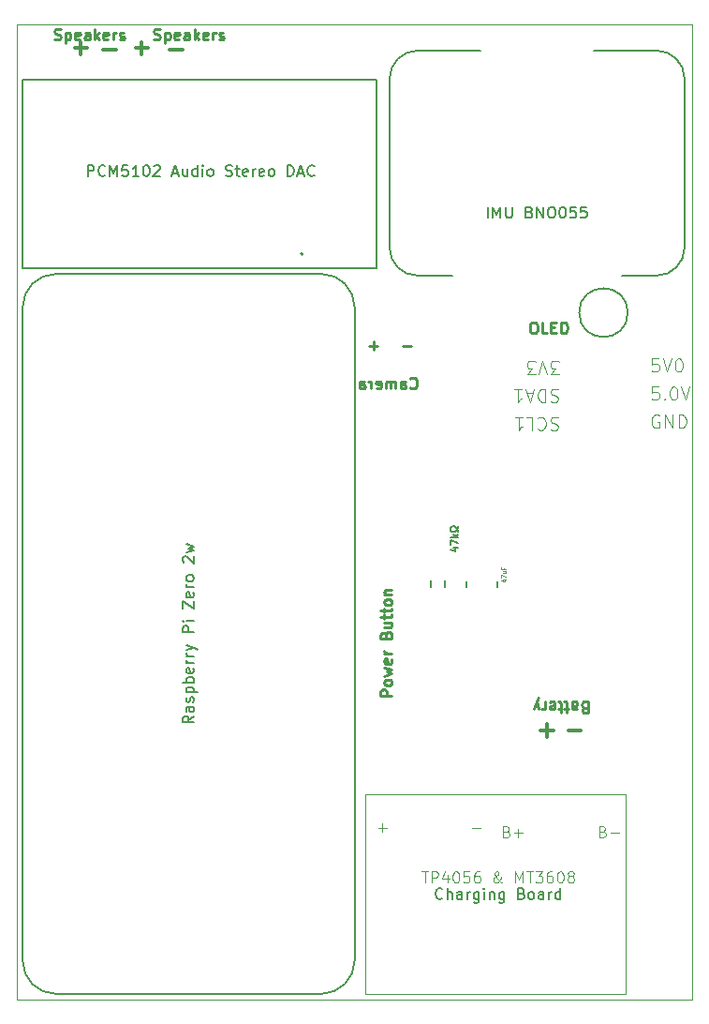
<source format=gbr>
%TF.GenerationSoftware,KiCad,Pcbnew,9.0.0*%
%TF.CreationDate,2025-04-02T13:50:30-07:00*%
%TF.ProjectId,Power Distribution,506f7765-7220-4446-9973-747269627574,V3.2*%
%TF.SameCoordinates,Original*%
%TF.FileFunction,Legend,Top*%
%TF.FilePolarity,Positive*%
%FSLAX46Y46*%
G04 Gerber Fmt 4.6, Leading zero omitted, Abs format (unit mm)*
G04 Created by KiCad (PCBNEW 9.0.0) date 2025-04-02 13:50:30*
%MOMM*%
%LPD*%
G01*
G04 APERTURE LIST*
%ADD10C,0.050000*%
%ADD11C,0.250000*%
%ADD12C,0.300000*%
%ADD13C,0.101600*%
%ADD14C,0.150000*%
%ADD15C,0.100000*%
%ADD16C,0.098425*%
%ADD17C,0.127000*%
%ADD18C,0.200000*%
G04 APERTURE END LIST*
D10*
X80000000Y-24500000D02*
X141000000Y-24500000D01*
X141000000Y-112500000D01*
X80000000Y-112500000D01*
X80000000Y-24500000D01*
D11*
X131264098Y-86159190D02*
X131121241Y-86111571D01*
X131121241Y-86111571D02*
X131073622Y-86063952D01*
X131073622Y-86063952D02*
X131026003Y-85968714D01*
X131026003Y-85968714D02*
X131026003Y-85825857D01*
X131026003Y-85825857D02*
X131073622Y-85730619D01*
X131073622Y-85730619D02*
X131121241Y-85683000D01*
X131121241Y-85683000D02*
X131216479Y-85635380D01*
X131216479Y-85635380D02*
X131597431Y-85635380D01*
X131597431Y-85635380D02*
X131597431Y-86635380D01*
X131597431Y-86635380D02*
X131264098Y-86635380D01*
X131264098Y-86635380D02*
X131168860Y-86587761D01*
X131168860Y-86587761D02*
X131121241Y-86540142D01*
X131121241Y-86540142D02*
X131073622Y-86444904D01*
X131073622Y-86444904D02*
X131073622Y-86349666D01*
X131073622Y-86349666D02*
X131121241Y-86254428D01*
X131121241Y-86254428D02*
X131168860Y-86206809D01*
X131168860Y-86206809D02*
X131264098Y-86159190D01*
X131264098Y-86159190D02*
X131597431Y-86159190D01*
X130168860Y-85635380D02*
X130168860Y-86159190D01*
X130168860Y-86159190D02*
X130216479Y-86254428D01*
X130216479Y-86254428D02*
X130311717Y-86302047D01*
X130311717Y-86302047D02*
X130502193Y-86302047D01*
X130502193Y-86302047D02*
X130597431Y-86254428D01*
X130168860Y-85683000D02*
X130264098Y-85635380D01*
X130264098Y-85635380D02*
X130502193Y-85635380D01*
X130502193Y-85635380D02*
X130597431Y-85683000D01*
X130597431Y-85683000D02*
X130645050Y-85778238D01*
X130645050Y-85778238D02*
X130645050Y-85873476D01*
X130645050Y-85873476D02*
X130597431Y-85968714D01*
X130597431Y-85968714D02*
X130502193Y-86016333D01*
X130502193Y-86016333D02*
X130264098Y-86016333D01*
X130264098Y-86016333D02*
X130168860Y-86063952D01*
X129835526Y-86302047D02*
X129454574Y-86302047D01*
X129692669Y-86635380D02*
X129692669Y-85778238D01*
X129692669Y-85778238D02*
X129645050Y-85683000D01*
X129645050Y-85683000D02*
X129549812Y-85635380D01*
X129549812Y-85635380D02*
X129454574Y-85635380D01*
X129264097Y-86302047D02*
X128883145Y-86302047D01*
X129121240Y-86635380D02*
X129121240Y-85778238D01*
X129121240Y-85778238D02*
X129073621Y-85683000D01*
X129073621Y-85683000D02*
X128978383Y-85635380D01*
X128978383Y-85635380D02*
X128883145Y-85635380D01*
X128168859Y-85683000D02*
X128264097Y-85635380D01*
X128264097Y-85635380D02*
X128454573Y-85635380D01*
X128454573Y-85635380D02*
X128549811Y-85683000D01*
X128549811Y-85683000D02*
X128597430Y-85778238D01*
X128597430Y-85778238D02*
X128597430Y-86159190D01*
X128597430Y-86159190D02*
X128549811Y-86254428D01*
X128549811Y-86254428D02*
X128454573Y-86302047D01*
X128454573Y-86302047D02*
X128264097Y-86302047D01*
X128264097Y-86302047D02*
X128168859Y-86254428D01*
X128168859Y-86254428D02*
X128121240Y-86159190D01*
X128121240Y-86159190D02*
X128121240Y-86063952D01*
X128121240Y-86063952D02*
X128597430Y-85968714D01*
X127692668Y-85635380D02*
X127692668Y-86302047D01*
X127692668Y-86111571D02*
X127645049Y-86206809D01*
X127645049Y-86206809D02*
X127597430Y-86254428D01*
X127597430Y-86254428D02*
X127502192Y-86302047D01*
X127502192Y-86302047D02*
X127406954Y-86302047D01*
X127168858Y-86302047D02*
X126930763Y-85635380D01*
X126692668Y-86302047D02*
X126930763Y-85635380D01*
X126930763Y-85635380D02*
X127026001Y-85397285D01*
X127026001Y-85397285D02*
X127073620Y-85349666D01*
X127073620Y-85349666D02*
X127168858Y-85302047D01*
X126593044Y-51364619D02*
X126783520Y-51364619D01*
X126783520Y-51364619D02*
X126878758Y-51412238D01*
X126878758Y-51412238D02*
X126973996Y-51507476D01*
X126973996Y-51507476D02*
X127021615Y-51697952D01*
X127021615Y-51697952D02*
X127021615Y-52031285D01*
X127021615Y-52031285D02*
X126973996Y-52221761D01*
X126973996Y-52221761D02*
X126878758Y-52317000D01*
X126878758Y-52317000D02*
X126783520Y-52364619D01*
X126783520Y-52364619D02*
X126593044Y-52364619D01*
X126593044Y-52364619D02*
X126497806Y-52317000D01*
X126497806Y-52317000D02*
X126402568Y-52221761D01*
X126402568Y-52221761D02*
X126354949Y-52031285D01*
X126354949Y-52031285D02*
X126354949Y-51697952D01*
X126354949Y-51697952D02*
X126402568Y-51507476D01*
X126402568Y-51507476D02*
X126497806Y-51412238D01*
X126497806Y-51412238D02*
X126593044Y-51364619D01*
X127926377Y-52364619D02*
X127450187Y-52364619D01*
X127450187Y-52364619D02*
X127450187Y-51364619D01*
X128259711Y-51840809D02*
X128593044Y-51840809D01*
X128735901Y-52364619D02*
X128259711Y-52364619D01*
X128259711Y-52364619D02*
X128259711Y-51364619D01*
X128259711Y-51364619D02*
X128735901Y-51364619D01*
X129164473Y-52364619D02*
X129164473Y-51364619D01*
X129164473Y-51364619D02*
X129402568Y-51364619D01*
X129402568Y-51364619D02*
X129545425Y-51412238D01*
X129545425Y-51412238D02*
X129640663Y-51507476D01*
X129640663Y-51507476D02*
X129688282Y-51602714D01*
X129688282Y-51602714D02*
X129735901Y-51793190D01*
X129735901Y-51793190D02*
X129735901Y-51936047D01*
X129735901Y-51936047D02*
X129688282Y-52126523D01*
X129688282Y-52126523D02*
X129640663Y-52221761D01*
X129640663Y-52221761D02*
X129545425Y-52317000D01*
X129545425Y-52317000D02*
X129402568Y-52364619D01*
X129402568Y-52364619D02*
X129164473Y-52364619D01*
X113864619Y-85097431D02*
X112864619Y-85097431D01*
X112864619Y-85097431D02*
X112864619Y-84716479D01*
X112864619Y-84716479D02*
X112912238Y-84621241D01*
X112912238Y-84621241D02*
X112959857Y-84573622D01*
X112959857Y-84573622D02*
X113055095Y-84526003D01*
X113055095Y-84526003D02*
X113197952Y-84526003D01*
X113197952Y-84526003D02*
X113293190Y-84573622D01*
X113293190Y-84573622D02*
X113340809Y-84621241D01*
X113340809Y-84621241D02*
X113388428Y-84716479D01*
X113388428Y-84716479D02*
X113388428Y-85097431D01*
X113864619Y-83954574D02*
X113817000Y-84049812D01*
X113817000Y-84049812D02*
X113769380Y-84097431D01*
X113769380Y-84097431D02*
X113674142Y-84145050D01*
X113674142Y-84145050D02*
X113388428Y-84145050D01*
X113388428Y-84145050D02*
X113293190Y-84097431D01*
X113293190Y-84097431D02*
X113245571Y-84049812D01*
X113245571Y-84049812D02*
X113197952Y-83954574D01*
X113197952Y-83954574D02*
X113197952Y-83811717D01*
X113197952Y-83811717D02*
X113245571Y-83716479D01*
X113245571Y-83716479D02*
X113293190Y-83668860D01*
X113293190Y-83668860D02*
X113388428Y-83621241D01*
X113388428Y-83621241D02*
X113674142Y-83621241D01*
X113674142Y-83621241D02*
X113769380Y-83668860D01*
X113769380Y-83668860D02*
X113817000Y-83716479D01*
X113817000Y-83716479D02*
X113864619Y-83811717D01*
X113864619Y-83811717D02*
X113864619Y-83954574D01*
X113197952Y-83287907D02*
X113864619Y-83097431D01*
X113864619Y-83097431D02*
X113388428Y-82906955D01*
X113388428Y-82906955D02*
X113864619Y-82716479D01*
X113864619Y-82716479D02*
X113197952Y-82526003D01*
X113817000Y-81764098D02*
X113864619Y-81859336D01*
X113864619Y-81859336D02*
X113864619Y-82049812D01*
X113864619Y-82049812D02*
X113817000Y-82145050D01*
X113817000Y-82145050D02*
X113721761Y-82192669D01*
X113721761Y-82192669D02*
X113340809Y-82192669D01*
X113340809Y-82192669D02*
X113245571Y-82145050D01*
X113245571Y-82145050D02*
X113197952Y-82049812D01*
X113197952Y-82049812D02*
X113197952Y-81859336D01*
X113197952Y-81859336D02*
X113245571Y-81764098D01*
X113245571Y-81764098D02*
X113340809Y-81716479D01*
X113340809Y-81716479D02*
X113436047Y-81716479D01*
X113436047Y-81716479D02*
X113531285Y-82192669D01*
X113864619Y-81287907D02*
X113197952Y-81287907D01*
X113388428Y-81287907D02*
X113293190Y-81240288D01*
X113293190Y-81240288D02*
X113245571Y-81192669D01*
X113245571Y-81192669D02*
X113197952Y-81097431D01*
X113197952Y-81097431D02*
X113197952Y-81002193D01*
X113340809Y-79573621D02*
X113388428Y-79430764D01*
X113388428Y-79430764D02*
X113436047Y-79383145D01*
X113436047Y-79383145D02*
X113531285Y-79335526D01*
X113531285Y-79335526D02*
X113674142Y-79335526D01*
X113674142Y-79335526D02*
X113769380Y-79383145D01*
X113769380Y-79383145D02*
X113817000Y-79430764D01*
X113817000Y-79430764D02*
X113864619Y-79526002D01*
X113864619Y-79526002D02*
X113864619Y-79906954D01*
X113864619Y-79906954D02*
X112864619Y-79906954D01*
X112864619Y-79906954D02*
X112864619Y-79573621D01*
X112864619Y-79573621D02*
X112912238Y-79478383D01*
X112912238Y-79478383D02*
X112959857Y-79430764D01*
X112959857Y-79430764D02*
X113055095Y-79383145D01*
X113055095Y-79383145D02*
X113150333Y-79383145D01*
X113150333Y-79383145D02*
X113245571Y-79430764D01*
X113245571Y-79430764D02*
X113293190Y-79478383D01*
X113293190Y-79478383D02*
X113340809Y-79573621D01*
X113340809Y-79573621D02*
X113340809Y-79906954D01*
X113197952Y-78478383D02*
X113864619Y-78478383D01*
X113197952Y-78906954D02*
X113721761Y-78906954D01*
X113721761Y-78906954D02*
X113817000Y-78859335D01*
X113817000Y-78859335D02*
X113864619Y-78764097D01*
X113864619Y-78764097D02*
X113864619Y-78621240D01*
X113864619Y-78621240D02*
X113817000Y-78526002D01*
X113817000Y-78526002D02*
X113769380Y-78478383D01*
X113197952Y-78145049D02*
X113197952Y-77764097D01*
X112864619Y-78002192D02*
X113721761Y-78002192D01*
X113721761Y-78002192D02*
X113817000Y-77954573D01*
X113817000Y-77954573D02*
X113864619Y-77859335D01*
X113864619Y-77859335D02*
X113864619Y-77764097D01*
X113197952Y-77573620D02*
X113197952Y-77192668D01*
X112864619Y-77430763D02*
X113721761Y-77430763D01*
X113721761Y-77430763D02*
X113817000Y-77383144D01*
X113817000Y-77383144D02*
X113864619Y-77287906D01*
X113864619Y-77287906D02*
X113864619Y-77192668D01*
X113864619Y-76716477D02*
X113817000Y-76811715D01*
X113817000Y-76811715D02*
X113769380Y-76859334D01*
X113769380Y-76859334D02*
X113674142Y-76906953D01*
X113674142Y-76906953D02*
X113388428Y-76906953D01*
X113388428Y-76906953D02*
X113293190Y-76859334D01*
X113293190Y-76859334D02*
X113245571Y-76811715D01*
X113245571Y-76811715D02*
X113197952Y-76716477D01*
X113197952Y-76716477D02*
X113197952Y-76573620D01*
X113197952Y-76573620D02*
X113245571Y-76478382D01*
X113245571Y-76478382D02*
X113293190Y-76430763D01*
X113293190Y-76430763D02*
X113388428Y-76383144D01*
X113388428Y-76383144D02*
X113674142Y-76383144D01*
X113674142Y-76383144D02*
X113769380Y-76430763D01*
X113769380Y-76430763D02*
X113817000Y-76478382D01*
X113817000Y-76478382D02*
X113864619Y-76573620D01*
X113864619Y-76573620D02*
X113864619Y-76716477D01*
X113197952Y-75954572D02*
X113864619Y-75954572D01*
X113293190Y-75954572D02*
X113245571Y-75906953D01*
X113245571Y-75906953D02*
X113197952Y-75811715D01*
X113197952Y-75811715D02*
X113197952Y-75668858D01*
X113197952Y-75668858D02*
X113245571Y-75573620D01*
X113245571Y-75573620D02*
X113340809Y-75526001D01*
X113340809Y-75526001D02*
X113864619Y-75526001D01*
D12*
X88945489Y-26729400D02*
X87802632Y-26729400D01*
D11*
X115526003Y-57269380D02*
X115573622Y-57317000D01*
X115573622Y-57317000D02*
X115716479Y-57364619D01*
X115716479Y-57364619D02*
X115811717Y-57364619D01*
X115811717Y-57364619D02*
X115954574Y-57317000D01*
X115954574Y-57317000D02*
X116049812Y-57221761D01*
X116049812Y-57221761D02*
X116097431Y-57126523D01*
X116097431Y-57126523D02*
X116145050Y-56936047D01*
X116145050Y-56936047D02*
X116145050Y-56793190D01*
X116145050Y-56793190D02*
X116097431Y-56602714D01*
X116097431Y-56602714D02*
X116049812Y-56507476D01*
X116049812Y-56507476D02*
X115954574Y-56412238D01*
X115954574Y-56412238D02*
X115811717Y-56364619D01*
X115811717Y-56364619D02*
X115716479Y-56364619D01*
X115716479Y-56364619D02*
X115573622Y-56412238D01*
X115573622Y-56412238D02*
X115526003Y-56459857D01*
X114668860Y-57364619D02*
X114668860Y-56840809D01*
X114668860Y-56840809D02*
X114716479Y-56745571D01*
X114716479Y-56745571D02*
X114811717Y-56697952D01*
X114811717Y-56697952D02*
X115002193Y-56697952D01*
X115002193Y-56697952D02*
X115097431Y-56745571D01*
X114668860Y-57317000D02*
X114764098Y-57364619D01*
X114764098Y-57364619D02*
X115002193Y-57364619D01*
X115002193Y-57364619D02*
X115097431Y-57317000D01*
X115097431Y-57317000D02*
X115145050Y-57221761D01*
X115145050Y-57221761D02*
X115145050Y-57126523D01*
X115145050Y-57126523D02*
X115097431Y-57031285D01*
X115097431Y-57031285D02*
X115002193Y-56983666D01*
X115002193Y-56983666D02*
X114764098Y-56983666D01*
X114764098Y-56983666D02*
X114668860Y-56936047D01*
X114192669Y-57364619D02*
X114192669Y-56697952D01*
X114192669Y-56793190D02*
X114145050Y-56745571D01*
X114145050Y-56745571D02*
X114049812Y-56697952D01*
X114049812Y-56697952D02*
X113906955Y-56697952D01*
X113906955Y-56697952D02*
X113811717Y-56745571D01*
X113811717Y-56745571D02*
X113764098Y-56840809D01*
X113764098Y-56840809D02*
X113764098Y-57364619D01*
X113764098Y-56840809D02*
X113716479Y-56745571D01*
X113716479Y-56745571D02*
X113621241Y-56697952D01*
X113621241Y-56697952D02*
X113478384Y-56697952D01*
X113478384Y-56697952D02*
X113383145Y-56745571D01*
X113383145Y-56745571D02*
X113335526Y-56840809D01*
X113335526Y-56840809D02*
X113335526Y-57364619D01*
X112478384Y-57317000D02*
X112573622Y-57364619D01*
X112573622Y-57364619D02*
X112764098Y-57364619D01*
X112764098Y-57364619D02*
X112859336Y-57317000D01*
X112859336Y-57317000D02*
X112906955Y-57221761D01*
X112906955Y-57221761D02*
X112906955Y-56840809D01*
X112906955Y-56840809D02*
X112859336Y-56745571D01*
X112859336Y-56745571D02*
X112764098Y-56697952D01*
X112764098Y-56697952D02*
X112573622Y-56697952D01*
X112573622Y-56697952D02*
X112478384Y-56745571D01*
X112478384Y-56745571D02*
X112430765Y-56840809D01*
X112430765Y-56840809D02*
X112430765Y-56936047D01*
X112430765Y-56936047D02*
X112906955Y-57031285D01*
X112002193Y-57364619D02*
X112002193Y-56697952D01*
X112002193Y-56888428D02*
X111954574Y-56793190D01*
X111954574Y-56793190D02*
X111906955Y-56745571D01*
X111906955Y-56745571D02*
X111811717Y-56697952D01*
X111811717Y-56697952D02*
X111716479Y-56697952D01*
X110954574Y-57364619D02*
X110954574Y-56840809D01*
X110954574Y-56840809D02*
X111002193Y-56745571D01*
X111002193Y-56745571D02*
X111097431Y-56697952D01*
X111097431Y-56697952D02*
X111287907Y-56697952D01*
X111287907Y-56697952D02*
X111383145Y-56745571D01*
X110954574Y-57317000D02*
X111049812Y-57364619D01*
X111049812Y-57364619D02*
X111287907Y-57364619D01*
X111287907Y-57364619D02*
X111383145Y-57317000D01*
X111383145Y-57317000D02*
X111430764Y-57221761D01*
X111430764Y-57221761D02*
X111430764Y-57126523D01*
X111430764Y-57126523D02*
X111383145Y-57031285D01*
X111383145Y-57031285D02*
X111287907Y-56983666D01*
X111287907Y-56983666D02*
X111049812Y-56983666D01*
X111049812Y-56983666D02*
X110954574Y-56936047D01*
X83354949Y-25817000D02*
X83497806Y-25864619D01*
X83497806Y-25864619D02*
X83735901Y-25864619D01*
X83735901Y-25864619D02*
X83831139Y-25817000D01*
X83831139Y-25817000D02*
X83878758Y-25769380D01*
X83878758Y-25769380D02*
X83926377Y-25674142D01*
X83926377Y-25674142D02*
X83926377Y-25578904D01*
X83926377Y-25578904D02*
X83878758Y-25483666D01*
X83878758Y-25483666D02*
X83831139Y-25436047D01*
X83831139Y-25436047D02*
X83735901Y-25388428D01*
X83735901Y-25388428D02*
X83545425Y-25340809D01*
X83545425Y-25340809D02*
X83450187Y-25293190D01*
X83450187Y-25293190D02*
X83402568Y-25245571D01*
X83402568Y-25245571D02*
X83354949Y-25150333D01*
X83354949Y-25150333D02*
X83354949Y-25055095D01*
X83354949Y-25055095D02*
X83402568Y-24959857D01*
X83402568Y-24959857D02*
X83450187Y-24912238D01*
X83450187Y-24912238D02*
X83545425Y-24864619D01*
X83545425Y-24864619D02*
X83783520Y-24864619D01*
X83783520Y-24864619D02*
X83926377Y-24912238D01*
X84354949Y-25197952D02*
X84354949Y-26197952D01*
X84354949Y-25245571D02*
X84450187Y-25197952D01*
X84450187Y-25197952D02*
X84640663Y-25197952D01*
X84640663Y-25197952D02*
X84735901Y-25245571D01*
X84735901Y-25245571D02*
X84783520Y-25293190D01*
X84783520Y-25293190D02*
X84831139Y-25388428D01*
X84831139Y-25388428D02*
X84831139Y-25674142D01*
X84831139Y-25674142D02*
X84783520Y-25769380D01*
X84783520Y-25769380D02*
X84735901Y-25817000D01*
X84735901Y-25817000D02*
X84640663Y-25864619D01*
X84640663Y-25864619D02*
X84450187Y-25864619D01*
X84450187Y-25864619D02*
X84354949Y-25817000D01*
X85640663Y-25817000D02*
X85545425Y-25864619D01*
X85545425Y-25864619D02*
X85354949Y-25864619D01*
X85354949Y-25864619D02*
X85259711Y-25817000D01*
X85259711Y-25817000D02*
X85212092Y-25721761D01*
X85212092Y-25721761D02*
X85212092Y-25340809D01*
X85212092Y-25340809D02*
X85259711Y-25245571D01*
X85259711Y-25245571D02*
X85354949Y-25197952D01*
X85354949Y-25197952D02*
X85545425Y-25197952D01*
X85545425Y-25197952D02*
X85640663Y-25245571D01*
X85640663Y-25245571D02*
X85688282Y-25340809D01*
X85688282Y-25340809D02*
X85688282Y-25436047D01*
X85688282Y-25436047D02*
X85212092Y-25531285D01*
X86545425Y-25864619D02*
X86545425Y-25340809D01*
X86545425Y-25340809D02*
X86497806Y-25245571D01*
X86497806Y-25245571D02*
X86402568Y-25197952D01*
X86402568Y-25197952D02*
X86212092Y-25197952D01*
X86212092Y-25197952D02*
X86116854Y-25245571D01*
X86545425Y-25817000D02*
X86450187Y-25864619D01*
X86450187Y-25864619D02*
X86212092Y-25864619D01*
X86212092Y-25864619D02*
X86116854Y-25817000D01*
X86116854Y-25817000D02*
X86069235Y-25721761D01*
X86069235Y-25721761D02*
X86069235Y-25626523D01*
X86069235Y-25626523D02*
X86116854Y-25531285D01*
X86116854Y-25531285D02*
X86212092Y-25483666D01*
X86212092Y-25483666D02*
X86450187Y-25483666D01*
X86450187Y-25483666D02*
X86545425Y-25436047D01*
X87021616Y-25864619D02*
X87021616Y-24864619D01*
X87116854Y-25483666D02*
X87402568Y-25864619D01*
X87402568Y-25197952D02*
X87021616Y-25578904D01*
X88212092Y-25817000D02*
X88116854Y-25864619D01*
X88116854Y-25864619D02*
X87926378Y-25864619D01*
X87926378Y-25864619D02*
X87831140Y-25817000D01*
X87831140Y-25817000D02*
X87783521Y-25721761D01*
X87783521Y-25721761D02*
X87783521Y-25340809D01*
X87783521Y-25340809D02*
X87831140Y-25245571D01*
X87831140Y-25245571D02*
X87926378Y-25197952D01*
X87926378Y-25197952D02*
X88116854Y-25197952D01*
X88116854Y-25197952D02*
X88212092Y-25245571D01*
X88212092Y-25245571D02*
X88259711Y-25340809D01*
X88259711Y-25340809D02*
X88259711Y-25436047D01*
X88259711Y-25436047D02*
X87783521Y-25531285D01*
X88688283Y-25864619D02*
X88688283Y-25197952D01*
X88688283Y-25388428D02*
X88735902Y-25293190D01*
X88735902Y-25293190D02*
X88783521Y-25245571D01*
X88783521Y-25245571D02*
X88878759Y-25197952D01*
X88878759Y-25197952D02*
X88973997Y-25197952D01*
X89259712Y-25817000D02*
X89354950Y-25864619D01*
X89354950Y-25864619D02*
X89545426Y-25864619D01*
X89545426Y-25864619D02*
X89640664Y-25817000D01*
X89640664Y-25817000D02*
X89688283Y-25721761D01*
X89688283Y-25721761D02*
X89688283Y-25674142D01*
X89688283Y-25674142D02*
X89640664Y-25578904D01*
X89640664Y-25578904D02*
X89545426Y-25531285D01*
X89545426Y-25531285D02*
X89402569Y-25531285D01*
X89402569Y-25531285D02*
X89307331Y-25483666D01*
X89307331Y-25483666D02*
X89259712Y-25388428D01*
X89259712Y-25388428D02*
X89259712Y-25340809D01*
X89259712Y-25340809D02*
X89307331Y-25245571D01*
X89307331Y-25245571D02*
X89402569Y-25197952D01*
X89402569Y-25197952D02*
X89545426Y-25197952D01*
X89545426Y-25197952D02*
X89640664Y-25245571D01*
D12*
X91269400Y-26054510D02*
X91269400Y-27197368D01*
X91840828Y-26625939D02*
X90697971Y-26625939D01*
X130945489Y-88229400D02*
X129802632Y-88229400D01*
D11*
X92354949Y-25817000D02*
X92497806Y-25864619D01*
X92497806Y-25864619D02*
X92735901Y-25864619D01*
X92735901Y-25864619D02*
X92831139Y-25817000D01*
X92831139Y-25817000D02*
X92878758Y-25769380D01*
X92878758Y-25769380D02*
X92926377Y-25674142D01*
X92926377Y-25674142D02*
X92926377Y-25578904D01*
X92926377Y-25578904D02*
X92878758Y-25483666D01*
X92878758Y-25483666D02*
X92831139Y-25436047D01*
X92831139Y-25436047D02*
X92735901Y-25388428D01*
X92735901Y-25388428D02*
X92545425Y-25340809D01*
X92545425Y-25340809D02*
X92450187Y-25293190D01*
X92450187Y-25293190D02*
X92402568Y-25245571D01*
X92402568Y-25245571D02*
X92354949Y-25150333D01*
X92354949Y-25150333D02*
X92354949Y-25055095D01*
X92354949Y-25055095D02*
X92402568Y-24959857D01*
X92402568Y-24959857D02*
X92450187Y-24912238D01*
X92450187Y-24912238D02*
X92545425Y-24864619D01*
X92545425Y-24864619D02*
X92783520Y-24864619D01*
X92783520Y-24864619D02*
X92926377Y-24912238D01*
X93354949Y-25197952D02*
X93354949Y-26197952D01*
X93354949Y-25245571D02*
X93450187Y-25197952D01*
X93450187Y-25197952D02*
X93640663Y-25197952D01*
X93640663Y-25197952D02*
X93735901Y-25245571D01*
X93735901Y-25245571D02*
X93783520Y-25293190D01*
X93783520Y-25293190D02*
X93831139Y-25388428D01*
X93831139Y-25388428D02*
X93831139Y-25674142D01*
X93831139Y-25674142D02*
X93783520Y-25769380D01*
X93783520Y-25769380D02*
X93735901Y-25817000D01*
X93735901Y-25817000D02*
X93640663Y-25864619D01*
X93640663Y-25864619D02*
X93450187Y-25864619D01*
X93450187Y-25864619D02*
X93354949Y-25817000D01*
X94640663Y-25817000D02*
X94545425Y-25864619D01*
X94545425Y-25864619D02*
X94354949Y-25864619D01*
X94354949Y-25864619D02*
X94259711Y-25817000D01*
X94259711Y-25817000D02*
X94212092Y-25721761D01*
X94212092Y-25721761D02*
X94212092Y-25340809D01*
X94212092Y-25340809D02*
X94259711Y-25245571D01*
X94259711Y-25245571D02*
X94354949Y-25197952D01*
X94354949Y-25197952D02*
X94545425Y-25197952D01*
X94545425Y-25197952D02*
X94640663Y-25245571D01*
X94640663Y-25245571D02*
X94688282Y-25340809D01*
X94688282Y-25340809D02*
X94688282Y-25436047D01*
X94688282Y-25436047D02*
X94212092Y-25531285D01*
X95545425Y-25864619D02*
X95545425Y-25340809D01*
X95545425Y-25340809D02*
X95497806Y-25245571D01*
X95497806Y-25245571D02*
X95402568Y-25197952D01*
X95402568Y-25197952D02*
X95212092Y-25197952D01*
X95212092Y-25197952D02*
X95116854Y-25245571D01*
X95545425Y-25817000D02*
X95450187Y-25864619D01*
X95450187Y-25864619D02*
X95212092Y-25864619D01*
X95212092Y-25864619D02*
X95116854Y-25817000D01*
X95116854Y-25817000D02*
X95069235Y-25721761D01*
X95069235Y-25721761D02*
X95069235Y-25626523D01*
X95069235Y-25626523D02*
X95116854Y-25531285D01*
X95116854Y-25531285D02*
X95212092Y-25483666D01*
X95212092Y-25483666D02*
X95450187Y-25483666D01*
X95450187Y-25483666D02*
X95545425Y-25436047D01*
X96021616Y-25864619D02*
X96021616Y-24864619D01*
X96116854Y-25483666D02*
X96402568Y-25864619D01*
X96402568Y-25197952D02*
X96021616Y-25578904D01*
X97212092Y-25817000D02*
X97116854Y-25864619D01*
X97116854Y-25864619D02*
X96926378Y-25864619D01*
X96926378Y-25864619D02*
X96831140Y-25817000D01*
X96831140Y-25817000D02*
X96783521Y-25721761D01*
X96783521Y-25721761D02*
X96783521Y-25340809D01*
X96783521Y-25340809D02*
X96831140Y-25245571D01*
X96831140Y-25245571D02*
X96926378Y-25197952D01*
X96926378Y-25197952D02*
X97116854Y-25197952D01*
X97116854Y-25197952D02*
X97212092Y-25245571D01*
X97212092Y-25245571D02*
X97259711Y-25340809D01*
X97259711Y-25340809D02*
X97259711Y-25436047D01*
X97259711Y-25436047D02*
X96783521Y-25531285D01*
X97688283Y-25864619D02*
X97688283Y-25197952D01*
X97688283Y-25388428D02*
X97735902Y-25293190D01*
X97735902Y-25293190D02*
X97783521Y-25245571D01*
X97783521Y-25245571D02*
X97878759Y-25197952D01*
X97878759Y-25197952D02*
X97973997Y-25197952D01*
X98259712Y-25817000D02*
X98354950Y-25864619D01*
X98354950Y-25864619D02*
X98545426Y-25864619D01*
X98545426Y-25864619D02*
X98640664Y-25817000D01*
X98640664Y-25817000D02*
X98688283Y-25721761D01*
X98688283Y-25721761D02*
X98688283Y-25674142D01*
X98688283Y-25674142D02*
X98640664Y-25578904D01*
X98640664Y-25578904D02*
X98545426Y-25531285D01*
X98545426Y-25531285D02*
X98402569Y-25531285D01*
X98402569Y-25531285D02*
X98307331Y-25483666D01*
X98307331Y-25483666D02*
X98259712Y-25388428D01*
X98259712Y-25388428D02*
X98259712Y-25340809D01*
X98259712Y-25340809D02*
X98307331Y-25245571D01*
X98307331Y-25245571D02*
X98402569Y-25197952D01*
X98402569Y-25197952D02*
X98545426Y-25197952D01*
X98545426Y-25197952D02*
X98640664Y-25245571D01*
X115597431Y-53483666D02*
X114835527Y-53483666D01*
X112597431Y-53483666D02*
X111835527Y-53483666D01*
X112216479Y-53864619D02*
X112216479Y-53102714D01*
D12*
X94945489Y-26729400D02*
X93802632Y-26729400D01*
X85769400Y-26054510D02*
X85769400Y-27197368D01*
X86340828Y-26625939D02*
X85197971Y-26625939D01*
X128445489Y-88229400D02*
X127302632Y-88229400D01*
X127874060Y-88800828D02*
X127874060Y-87657971D01*
D13*
X128956243Y-56014673D02*
X128232948Y-56014673D01*
X128232948Y-56014673D02*
X128622415Y-55569569D01*
X128622415Y-55569569D02*
X128455500Y-55569569D01*
X128455500Y-55569569D02*
X128344224Y-55513931D01*
X128344224Y-55513931D02*
X128288586Y-55458292D01*
X128288586Y-55458292D02*
X128232948Y-55347016D01*
X128232948Y-55347016D02*
X128232948Y-55068826D01*
X128232948Y-55068826D02*
X128288586Y-54957550D01*
X128288586Y-54957550D02*
X128344224Y-54901912D01*
X128344224Y-54901912D02*
X128455500Y-54846273D01*
X128455500Y-54846273D02*
X128789329Y-54846273D01*
X128789329Y-54846273D02*
X128900605Y-54901912D01*
X128900605Y-54901912D02*
X128956243Y-54957550D01*
X127899119Y-56014673D02*
X127509653Y-54846273D01*
X127509653Y-54846273D02*
X127120186Y-56014673D01*
X126841995Y-56014673D02*
X126118700Y-56014673D01*
X126118700Y-56014673D02*
X126508167Y-55569569D01*
X126508167Y-55569569D02*
X126341252Y-55569569D01*
X126341252Y-55569569D02*
X126229976Y-55513931D01*
X126229976Y-55513931D02*
X126174338Y-55458292D01*
X126174338Y-55458292D02*
X126118700Y-55347016D01*
X126118700Y-55347016D02*
X126118700Y-55068826D01*
X126118700Y-55068826D02*
X126174338Y-54957550D01*
X126174338Y-54957550D02*
X126229976Y-54901912D01*
X126229976Y-54901912D02*
X126341252Y-54846273D01*
X126341252Y-54846273D02*
X126675081Y-54846273D01*
X126675081Y-54846273D02*
X126786357Y-54901912D01*
X126786357Y-54901912D02*
X126841995Y-54957550D01*
X137965413Y-54651326D02*
X137409032Y-54651326D01*
X137409032Y-54651326D02*
X137353394Y-55207707D01*
X137353394Y-55207707D02*
X137409032Y-55152068D01*
X137409032Y-55152068D02*
X137520308Y-55096430D01*
X137520308Y-55096430D02*
X137798499Y-55096430D01*
X137798499Y-55096430D02*
X137909775Y-55152068D01*
X137909775Y-55152068D02*
X137965413Y-55207707D01*
X137965413Y-55207707D02*
X138021051Y-55318983D01*
X138021051Y-55318983D02*
X138021051Y-55597173D01*
X138021051Y-55597173D02*
X137965413Y-55708449D01*
X137965413Y-55708449D02*
X137909775Y-55764088D01*
X137909775Y-55764088D02*
X137798499Y-55819726D01*
X137798499Y-55819726D02*
X137520308Y-55819726D01*
X137520308Y-55819726D02*
X137409032Y-55764088D01*
X137409032Y-55764088D02*
X137353394Y-55708449D01*
X138354880Y-54651326D02*
X138744346Y-55819726D01*
X138744346Y-55819726D02*
X139133813Y-54651326D01*
X139745832Y-54651326D02*
X139857109Y-54651326D01*
X139857109Y-54651326D02*
X139968385Y-54706964D01*
X139968385Y-54706964D02*
X140024023Y-54762602D01*
X140024023Y-54762602D02*
X140079661Y-54873878D01*
X140079661Y-54873878D02*
X140135299Y-55096430D01*
X140135299Y-55096430D02*
X140135299Y-55374621D01*
X140135299Y-55374621D02*
X140079661Y-55597173D01*
X140079661Y-55597173D02*
X140024023Y-55708449D01*
X140024023Y-55708449D02*
X139968385Y-55764088D01*
X139968385Y-55764088D02*
X139857109Y-55819726D01*
X139857109Y-55819726D02*
X139745832Y-55819726D01*
X139745832Y-55819726D02*
X139634556Y-55764088D01*
X139634556Y-55764088D02*
X139578918Y-55708449D01*
X139578918Y-55708449D02*
X139523280Y-55597173D01*
X139523280Y-55597173D02*
X139467642Y-55374621D01*
X139467642Y-55374621D02*
X139467642Y-55096430D01*
X139467642Y-55096430D02*
X139523280Y-54873878D01*
X139523280Y-54873878D02*
X139578918Y-54762602D01*
X139578918Y-54762602D02*
X139634556Y-54706964D01*
X139634556Y-54706964D02*
X139745832Y-54651326D01*
X128900605Y-59981912D02*
X128733691Y-59926273D01*
X128733691Y-59926273D02*
X128455500Y-59926273D01*
X128455500Y-59926273D02*
X128344224Y-59981912D01*
X128344224Y-59981912D02*
X128288586Y-60037550D01*
X128288586Y-60037550D02*
X128232948Y-60148826D01*
X128232948Y-60148826D02*
X128232948Y-60260102D01*
X128232948Y-60260102D02*
X128288586Y-60371378D01*
X128288586Y-60371378D02*
X128344224Y-60427016D01*
X128344224Y-60427016D02*
X128455500Y-60482654D01*
X128455500Y-60482654D02*
X128678053Y-60538292D01*
X128678053Y-60538292D02*
X128789329Y-60593931D01*
X128789329Y-60593931D02*
X128844967Y-60649569D01*
X128844967Y-60649569D02*
X128900605Y-60760845D01*
X128900605Y-60760845D02*
X128900605Y-60872121D01*
X128900605Y-60872121D02*
X128844967Y-60983397D01*
X128844967Y-60983397D02*
X128789329Y-61039035D01*
X128789329Y-61039035D02*
X128678053Y-61094673D01*
X128678053Y-61094673D02*
X128399862Y-61094673D01*
X128399862Y-61094673D02*
X128232948Y-61039035D01*
X127064548Y-60037550D02*
X127120186Y-59981912D01*
X127120186Y-59981912D02*
X127287100Y-59926273D01*
X127287100Y-59926273D02*
X127398376Y-59926273D01*
X127398376Y-59926273D02*
X127565291Y-59981912D01*
X127565291Y-59981912D02*
X127676567Y-60093188D01*
X127676567Y-60093188D02*
X127732205Y-60204464D01*
X127732205Y-60204464D02*
X127787843Y-60427016D01*
X127787843Y-60427016D02*
X127787843Y-60593931D01*
X127787843Y-60593931D02*
X127732205Y-60816483D01*
X127732205Y-60816483D02*
X127676567Y-60927759D01*
X127676567Y-60927759D02*
X127565291Y-61039035D01*
X127565291Y-61039035D02*
X127398376Y-61094673D01*
X127398376Y-61094673D02*
X127287100Y-61094673D01*
X127287100Y-61094673D02*
X127120186Y-61039035D01*
X127120186Y-61039035D02*
X127064548Y-60983397D01*
X126007424Y-59926273D02*
X126563805Y-59926273D01*
X126563805Y-59926273D02*
X126563805Y-61094673D01*
X125005938Y-59926273D02*
X125673595Y-59926273D01*
X125339767Y-59926273D02*
X125339767Y-61094673D01*
X125339767Y-61094673D02*
X125451043Y-60927759D01*
X125451043Y-60927759D02*
X125562319Y-60816483D01*
X125562319Y-60816483D02*
X125673595Y-60760845D01*
X138021051Y-59786964D02*
X137909775Y-59731326D01*
X137909775Y-59731326D02*
X137742861Y-59731326D01*
X137742861Y-59731326D02*
X137575946Y-59786964D01*
X137575946Y-59786964D02*
X137464670Y-59898240D01*
X137464670Y-59898240D02*
X137409032Y-60009516D01*
X137409032Y-60009516D02*
X137353394Y-60232068D01*
X137353394Y-60232068D02*
X137353394Y-60398983D01*
X137353394Y-60398983D02*
X137409032Y-60621535D01*
X137409032Y-60621535D02*
X137464670Y-60732811D01*
X137464670Y-60732811D02*
X137575946Y-60844088D01*
X137575946Y-60844088D02*
X137742861Y-60899726D01*
X137742861Y-60899726D02*
X137854137Y-60899726D01*
X137854137Y-60899726D02*
X138021051Y-60844088D01*
X138021051Y-60844088D02*
X138076689Y-60788449D01*
X138076689Y-60788449D02*
X138076689Y-60398983D01*
X138076689Y-60398983D02*
X137854137Y-60398983D01*
X138577432Y-60899726D02*
X138577432Y-59731326D01*
X138577432Y-59731326D02*
X139245089Y-60899726D01*
X139245089Y-60899726D02*
X139245089Y-59731326D01*
X139801470Y-60899726D02*
X139801470Y-59731326D01*
X139801470Y-59731326D02*
X140079660Y-59731326D01*
X140079660Y-59731326D02*
X140246575Y-59786964D01*
X140246575Y-59786964D02*
X140357851Y-59898240D01*
X140357851Y-59898240D02*
X140413489Y-60009516D01*
X140413489Y-60009516D02*
X140469127Y-60232068D01*
X140469127Y-60232068D02*
X140469127Y-60398983D01*
X140469127Y-60398983D02*
X140413489Y-60621535D01*
X140413489Y-60621535D02*
X140357851Y-60732811D01*
X140357851Y-60732811D02*
X140246575Y-60844088D01*
X140246575Y-60844088D02*
X140079660Y-60899726D01*
X140079660Y-60899726D02*
X139801470Y-60899726D01*
X128900605Y-57441912D02*
X128733691Y-57386273D01*
X128733691Y-57386273D02*
X128455500Y-57386273D01*
X128455500Y-57386273D02*
X128344224Y-57441912D01*
X128344224Y-57441912D02*
X128288586Y-57497550D01*
X128288586Y-57497550D02*
X128232948Y-57608826D01*
X128232948Y-57608826D02*
X128232948Y-57720102D01*
X128232948Y-57720102D02*
X128288586Y-57831378D01*
X128288586Y-57831378D02*
X128344224Y-57887016D01*
X128344224Y-57887016D02*
X128455500Y-57942654D01*
X128455500Y-57942654D02*
X128678053Y-57998292D01*
X128678053Y-57998292D02*
X128789329Y-58053931D01*
X128789329Y-58053931D02*
X128844967Y-58109569D01*
X128844967Y-58109569D02*
X128900605Y-58220845D01*
X128900605Y-58220845D02*
X128900605Y-58332121D01*
X128900605Y-58332121D02*
X128844967Y-58443397D01*
X128844967Y-58443397D02*
X128789329Y-58499035D01*
X128789329Y-58499035D02*
X128678053Y-58554673D01*
X128678053Y-58554673D02*
X128399862Y-58554673D01*
X128399862Y-58554673D02*
X128232948Y-58499035D01*
X127732205Y-57386273D02*
X127732205Y-58554673D01*
X127732205Y-58554673D02*
X127454015Y-58554673D01*
X127454015Y-58554673D02*
X127287100Y-58499035D01*
X127287100Y-58499035D02*
X127175824Y-58387759D01*
X127175824Y-58387759D02*
X127120186Y-58276483D01*
X127120186Y-58276483D02*
X127064548Y-58053931D01*
X127064548Y-58053931D02*
X127064548Y-57887016D01*
X127064548Y-57887016D02*
X127120186Y-57664464D01*
X127120186Y-57664464D02*
X127175824Y-57553188D01*
X127175824Y-57553188D02*
X127287100Y-57441912D01*
X127287100Y-57441912D02*
X127454015Y-57386273D01*
X127454015Y-57386273D02*
X127732205Y-57386273D01*
X126619443Y-57720102D02*
X126063062Y-57720102D01*
X126730719Y-57386273D02*
X126341253Y-58554673D01*
X126341253Y-58554673D02*
X125951786Y-57386273D01*
X124950300Y-57386273D02*
X125617957Y-57386273D01*
X125284129Y-57386273D02*
X125284129Y-58554673D01*
X125284129Y-58554673D02*
X125395405Y-58387759D01*
X125395405Y-58387759D02*
X125506681Y-58276483D01*
X125506681Y-58276483D02*
X125617957Y-58220845D01*
X137965413Y-57191326D02*
X137409032Y-57191326D01*
X137409032Y-57191326D02*
X137353394Y-57747707D01*
X137353394Y-57747707D02*
X137409032Y-57692068D01*
X137409032Y-57692068D02*
X137520308Y-57636430D01*
X137520308Y-57636430D02*
X137798499Y-57636430D01*
X137798499Y-57636430D02*
X137909775Y-57692068D01*
X137909775Y-57692068D02*
X137965413Y-57747707D01*
X137965413Y-57747707D02*
X138021051Y-57858983D01*
X138021051Y-57858983D02*
X138021051Y-58137173D01*
X138021051Y-58137173D02*
X137965413Y-58248449D01*
X137965413Y-58248449D02*
X137909775Y-58304088D01*
X137909775Y-58304088D02*
X137798499Y-58359726D01*
X137798499Y-58359726D02*
X137520308Y-58359726D01*
X137520308Y-58359726D02*
X137409032Y-58304088D01*
X137409032Y-58304088D02*
X137353394Y-58248449D01*
X138521794Y-58248449D02*
X138577432Y-58304088D01*
X138577432Y-58304088D02*
X138521794Y-58359726D01*
X138521794Y-58359726D02*
X138466156Y-58304088D01*
X138466156Y-58304088D02*
X138521794Y-58248449D01*
X138521794Y-58248449D02*
X138521794Y-58359726D01*
X139300727Y-57191326D02*
X139412004Y-57191326D01*
X139412004Y-57191326D02*
X139523280Y-57246964D01*
X139523280Y-57246964D02*
X139578918Y-57302602D01*
X139578918Y-57302602D02*
X139634556Y-57413878D01*
X139634556Y-57413878D02*
X139690194Y-57636430D01*
X139690194Y-57636430D02*
X139690194Y-57914621D01*
X139690194Y-57914621D02*
X139634556Y-58137173D01*
X139634556Y-58137173D02*
X139578918Y-58248449D01*
X139578918Y-58248449D02*
X139523280Y-58304088D01*
X139523280Y-58304088D02*
X139412004Y-58359726D01*
X139412004Y-58359726D02*
X139300727Y-58359726D01*
X139300727Y-58359726D02*
X139189451Y-58304088D01*
X139189451Y-58304088D02*
X139133813Y-58248449D01*
X139133813Y-58248449D02*
X139078175Y-58137173D01*
X139078175Y-58137173D02*
X139022537Y-57914621D01*
X139022537Y-57914621D02*
X139022537Y-57636430D01*
X139022537Y-57636430D02*
X139078175Y-57413878D01*
X139078175Y-57413878D02*
X139133813Y-57302602D01*
X139133813Y-57302602D02*
X139189451Y-57246964D01*
X139189451Y-57246964D02*
X139300727Y-57191326D01*
X140024023Y-57191326D02*
X140413489Y-58359726D01*
X140413489Y-58359726D02*
X140802956Y-57191326D01*
D14*
X119393009Y-71711619D02*
X119819676Y-71711619D01*
X119149200Y-71864000D02*
X119606342Y-72016381D01*
X119606342Y-72016381D02*
X119606342Y-71620190D01*
X119179676Y-71437333D02*
X119179676Y-71010666D01*
X119179676Y-71010666D02*
X119819676Y-71284952D01*
X119819676Y-70766857D02*
X119179676Y-70766857D01*
X119575866Y-70705904D02*
X119819676Y-70523047D01*
X119393009Y-70523047D02*
X119636819Y-70766857D01*
X119819676Y-70279238D02*
X119819676Y-70126857D01*
X119819676Y-70126857D02*
X119697771Y-70126857D01*
X119697771Y-70126857D02*
X119667295Y-70187809D01*
X119667295Y-70187809D02*
X119606342Y-70248762D01*
X119606342Y-70248762D02*
X119514914Y-70279238D01*
X119514914Y-70279238D02*
X119362533Y-70279238D01*
X119362533Y-70279238D02*
X119271104Y-70248762D01*
X119271104Y-70248762D02*
X119210152Y-70187809D01*
X119210152Y-70187809D02*
X119179676Y-70096381D01*
X119179676Y-70096381D02*
X119179676Y-69974476D01*
X119179676Y-69974476D02*
X119210152Y-69883047D01*
X119210152Y-69883047D02*
X119271104Y-69822095D01*
X119271104Y-69822095D02*
X119362533Y-69791619D01*
X119362533Y-69791619D02*
X119514914Y-69791619D01*
X119514914Y-69791619D02*
X119606342Y-69822095D01*
X119606342Y-69822095D02*
X119667295Y-69883047D01*
X119667295Y-69883047D02*
X119697771Y-69944000D01*
X119697771Y-69944000D02*
X119819676Y-69944000D01*
X119819676Y-69944000D02*
X119819676Y-69791619D01*
X86384713Y-38188819D02*
X86384713Y-37188819D01*
X86384713Y-37188819D02*
X86765665Y-37188819D01*
X86765665Y-37188819D02*
X86860903Y-37236438D01*
X86860903Y-37236438D02*
X86908522Y-37284057D01*
X86908522Y-37284057D02*
X86956141Y-37379295D01*
X86956141Y-37379295D02*
X86956141Y-37522152D01*
X86956141Y-37522152D02*
X86908522Y-37617390D01*
X86908522Y-37617390D02*
X86860903Y-37665009D01*
X86860903Y-37665009D02*
X86765665Y-37712628D01*
X86765665Y-37712628D02*
X86384713Y-37712628D01*
X87956141Y-38093580D02*
X87908522Y-38141200D01*
X87908522Y-38141200D02*
X87765665Y-38188819D01*
X87765665Y-38188819D02*
X87670427Y-38188819D01*
X87670427Y-38188819D02*
X87527570Y-38141200D01*
X87527570Y-38141200D02*
X87432332Y-38045961D01*
X87432332Y-38045961D02*
X87384713Y-37950723D01*
X87384713Y-37950723D02*
X87337094Y-37760247D01*
X87337094Y-37760247D02*
X87337094Y-37617390D01*
X87337094Y-37617390D02*
X87384713Y-37426914D01*
X87384713Y-37426914D02*
X87432332Y-37331676D01*
X87432332Y-37331676D02*
X87527570Y-37236438D01*
X87527570Y-37236438D02*
X87670427Y-37188819D01*
X87670427Y-37188819D02*
X87765665Y-37188819D01*
X87765665Y-37188819D02*
X87908522Y-37236438D01*
X87908522Y-37236438D02*
X87956141Y-37284057D01*
X88384713Y-38188819D02*
X88384713Y-37188819D01*
X88384713Y-37188819D02*
X88718046Y-37903104D01*
X88718046Y-37903104D02*
X89051379Y-37188819D01*
X89051379Y-37188819D02*
X89051379Y-38188819D01*
X90003760Y-37188819D02*
X89527570Y-37188819D01*
X89527570Y-37188819D02*
X89479951Y-37665009D01*
X89479951Y-37665009D02*
X89527570Y-37617390D01*
X89527570Y-37617390D02*
X89622808Y-37569771D01*
X89622808Y-37569771D02*
X89860903Y-37569771D01*
X89860903Y-37569771D02*
X89956141Y-37617390D01*
X89956141Y-37617390D02*
X90003760Y-37665009D01*
X90003760Y-37665009D02*
X90051379Y-37760247D01*
X90051379Y-37760247D02*
X90051379Y-37998342D01*
X90051379Y-37998342D02*
X90003760Y-38093580D01*
X90003760Y-38093580D02*
X89956141Y-38141200D01*
X89956141Y-38141200D02*
X89860903Y-38188819D01*
X89860903Y-38188819D02*
X89622808Y-38188819D01*
X89622808Y-38188819D02*
X89527570Y-38141200D01*
X89527570Y-38141200D02*
X89479951Y-38093580D01*
X91003760Y-38188819D02*
X90432332Y-38188819D01*
X90718046Y-38188819D02*
X90718046Y-37188819D01*
X90718046Y-37188819D02*
X90622808Y-37331676D01*
X90622808Y-37331676D02*
X90527570Y-37426914D01*
X90527570Y-37426914D02*
X90432332Y-37474533D01*
X91622808Y-37188819D02*
X91718046Y-37188819D01*
X91718046Y-37188819D02*
X91813284Y-37236438D01*
X91813284Y-37236438D02*
X91860903Y-37284057D01*
X91860903Y-37284057D02*
X91908522Y-37379295D01*
X91908522Y-37379295D02*
X91956141Y-37569771D01*
X91956141Y-37569771D02*
X91956141Y-37807866D01*
X91956141Y-37807866D02*
X91908522Y-37998342D01*
X91908522Y-37998342D02*
X91860903Y-38093580D01*
X91860903Y-38093580D02*
X91813284Y-38141200D01*
X91813284Y-38141200D02*
X91718046Y-38188819D01*
X91718046Y-38188819D02*
X91622808Y-38188819D01*
X91622808Y-38188819D02*
X91527570Y-38141200D01*
X91527570Y-38141200D02*
X91479951Y-38093580D01*
X91479951Y-38093580D02*
X91432332Y-37998342D01*
X91432332Y-37998342D02*
X91384713Y-37807866D01*
X91384713Y-37807866D02*
X91384713Y-37569771D01*
X91384713Y-37569771D02*
X91432332Y-37379295D01*
X91432332Y-37379295D02*
X91479951Y-37284057D01*
X91479951Y-37284057D02*
X91527570Y-37236438D01*
X91527570Y-37236438D02*
X91622808Y-37188819D01*
X92337094Y-37284057D02*
X92384713Y-37236438D01*
X92384713Y-37236438D02*
X92479951Y-37188819D01*
X92479951Y-37188819D02*
X92718046Y-37188819D01*
X92718046Y-37188819D02*
X92813284Y-37236438D01*
X92813284Y-37236438D02*
X92860903Y-37284057D01*
X92860903Y-37284057D02*
X92908522Y-37379295D01*
X92908522Y-37379295D02*
X92908522Y-37474533D01*
X92908522Y-37474533D02*
X92860903Y-37617390D01*
X92860903Y-37617390D02*
X92289475Y-38188819D01*
X92289475Y-38188819D02*
X92908522Y-38188819D01*
X94051380Y-37903104D02*
X94527570Y-37903104D01*
X93956142Y-38188819D02*
X94289475Y-37188819D01*
X94289475Y-37188819D02*
X94622808Y-38188819D01*
X95384713Y-37522152D02*
X95384713Y-38188819D01*
X94956142Y-37522152D02*
X94956142Y-38045961D01*
X94956142Y-38045961D02*
X95003761Y-38141200D01*
X95003761Y-38141200D02*
X95098999Y-38188819D01*
X95098999Y-38188819D02*
X95241856Y-38188819D01*
X95241856Y-38188819D02*
X95337094Y-38141200D01*
X95337094Y-38141200D02*
X95384713Y-38093580D01*
X96289475Y-38188819D02*
X96289475Y-37188819D01*
X96289475Y-38141200D02*
X96194237Y-38188819D01*
X96194237Y-38188819D02*
X96003761Y-38188819D01*
X96003761Y-38188819D02*
X95908523Y-38141200D01*
X95908523Y-38141200D02*
X95860904Y-38093580D01*
X95860904Y-38093580D02*
X95813285Y-37998342D01*
X95813285Y-37998342D02*
X95813285Y-37712628D01*
X95813285Y-37712628D02*
X95860904Y-37617390D01*
X95860904Y-37617390D02*
X95908523Y-37569771D01*
X95908523Y-37569771D02*
X96003761Y-37522152D01*
X96003761Y-37522152D02*
X96194237Y-37522152D01*
X96194237Y-37522152D02*
X96289475Y-37569771D01*
X96765666Y-38188819D02*
X96765666Y-37522152D01*
X96765666Y-37188819D02*
X96718047Y-37236438D01*
X96718047Y-37236438D02*
X96765666Y-37284057D01*
X96765666Y-37284057D02*
X96813285Y-37236438D01*
X96813285Y-37236438D02*
X96765666Y-37188819D01*
X96765666Y-37188819D02*
X96765666Y-37284057D01*
X97384713Y-38188819D02*
X97289475Y-38141200D01*
X97289475Y-38141200D02*
X97241856Y-38093580D01*
X97241856Y-38093580D02*
X97194237Y-37998342D01*
X97194237Y-37998342D02*
X97194237Y-37712628D01*
X97194237Y-37712628D02*
X97241856Y-37617390D01*
X97241856Y-37617390D02*
X97289475Y-37569771D01*
X97289475Y-37569771D02*
X97384713Y-37522152D01*
X97384713Y-37522152D02*
X97527570Y-37522152D01*
X97527570Y-37522152D02*
X97622808Y-37569771D01*
X97622808Y-37569771D02*
X97670427Y-37617390D01*
X97670427Y-37617390D02*
X97718046Y-37712628D01*
X97718046Y-37712628D02*
X97718046Y-37998342D01*
X97718046Y-37998342D02*
X97670427Y-38093580D01*
X97670427Y-38093580D02*
X97622808Y-38141200D01*
X97622808Y-38141200D02*
X97527570Y-38188819D01*
X97527570Y-38188819D02*
X97384713Y-38188819D01*
X98860904Y-38141200D02*
X99003761Y-38188819D01*
X99003761Y-38188819D02*
X99241856Y-38188819D01*
X99241856Y-38188819D02*
X99337094Y-38141200D01*
X99337094Y-38141200D02*
X99384713Y-38093580D01*
X99384713Y-38093580D02*
X99432332Y-37998342D01*
X99432332Y-37998342D02*
X99432332Y-37903104D01*
X99432332Y-37903104D02*
X99384713Y-37807866D01*
X99384713Y-37807866D02*
X99337094Y-37760247D01*
X99337094Y-37760247D02*
X99241856Y-37712628D01*
X99241856Y-37712628D02*
X99051380Y-37665009D01*
X99051380Y-37665009D02*
X98956142Y-37617390D01*
X98956142Y-37617390D02*
X98908523Y-37569771D01*
X98908523Y-37569771D02*
X98860904Y-37474533D01*
X98860904Y-37474533D02*
X98860904Y-37379295D01*
X98860904Y-37379295D02*
X98908523Y-37284057D01*
X98908523Y-37284057D02*
X98956142Y-37236438D01*
X98956142Y-37236438D02*
X99051380Y-37188819D01*
X99051380Y-37188819D02*
X99289475Y-37188819D01*
X99289475Y-37188819D02*
X99432332Y-37236438D01*
X99718047Y-37522152D02*
X100098999Y-37522152D01*
X99860904Y-37188819D02*
X99860904Y-38045961D01*
X99860904Y-38045961D02*
X99908523Y-38141200D01*
X99908523Y-38141200D02*
X100003761Y-38188819D01*
X100003761Y-38188819D02*
X100098999Y-38188819D01*
X100813285Y-38141200D02*
X100718047Y-38188819D01*
X100718047Y-38188819D02*
X100527571Y-38188819D01*
X100527571Y-38188819D02*
X100432333Y-38141200D01*
X100432333Y-38141200D02*
X100384714Y-38045961D01*
X100384714Y-38045961D02*
X100384714Y-37665009D01*
X100384714Y-37665009D02*
X100432333Y-37569771D01*
X100432333Y-37569771D02*
X100527571Y-37522152D01*
X100527571Y-37522152D02*
X100718047Y-37522152D01*
X100718047Y-37522152D02*
X100813285Y-37569771D01*
X100813285Y-37569771D02*
X100860904Y-37665009D01*
X100860904Y-37665009D02*
X100860904Y-37760247D01*
X100860904Y-37760247D02*
X100384714Y-37855485D01*
X101289476Y-38188819D02*
X101289476Y-37522152D01*
X101289476Y-37712628D02*
X101337095Y-37617390D01*
X101337095Y-37617390D02*
X101384714Y-37569771D01*
X101384714Y-37569771D02*
X101479952Y-37522152D01*
X101479952Y-37522152D02*
X101575190Y-37522152D01*
X102289476Y-38141200D02*
X102194238Y-38188819D01*
X102194238Y-38188819D02*
X102003762Y-38188819D01*
X102003762Y-38188819D02*
X101908524Y-38141200D01*
X101908524Y-38141200D02*
X101860905Y-38045961D01*
X101860905Y-38045961D02*
X101860905Y-37665009D01*
X101860905Y-37665009D02*
X101908524Y-37569771D01*
X101908524Y-37569771D02*
X102003762Y-37522152D01*
X102003762Y-37522152D02*
X102194238Y-37522152D01*
X102194238Y-37522152D02*
X102289476Y-37569771D01*
X102289476Y-37569771D02*
X102337095Y-37665009D01*
X102337095Y-37665009D02*
X102337095Y-37760247D01*
X102337095Y-37760247D02*
X101860905Y-37855485D01*
X102908524Y-38188819D02*
X102813286Y-38141200D01*
X102813286Y-38141200D02*
X102765667Y-38093580D01*
X102765667Y-38093580D02*
X102718048Y-37998342D01*
X102718048Y-37998342D02*
X102718048Y-37712628D01*
X102718048Y-37712628D02*
X102765667Y-37617390D01*
X102765667Y-37617390D02*
X102813286Y-37569771D01*
X102813286Y-37569771D02*
X102908524Y-37522152D01*
X102908524Y-37522152D02*
X103051381Y-37522152D01*
X103051381Y-37522152D02*
X103146619Y-37569771D01*
X103146619Y-37569771D02*
X103194238Y-37617390D01*
X103194238Y-37617390D02*
X103241857Y-37712628D01*
X103241857Y-37712628D02*
X103241857Y-37998342D01*
X103241857Y-37998342D02*
X103194238Y-38093580D01*
X103194238Y-38093580D02*
X103146619Y-38141200D01*
X103146619Y-38141200D02*
X103051381Y-38188819D01*
X103051381Y-38188819D02*
X102908524Y-38188819D01*
X104432334Y-38188819D02*
X104432334Y-37188819D01*
X104432334Y-37188819D02*
X104670429Y-37188819D01*
X104670429Y-37188819D02*
X104813286Y-37236438D01*
X104813286Y-37236438D02*
X104908524Y-37331676D01*
X104908524Y-37331676D02*
X104956143Y-37426914D01*
X104956143Y-37426914D02*
X105003762Y-37617390D01*
X105003762Y-37617390D02*
X105003762Y-37760247D01*
X105003762Y-37760247D02*
X104956143Y-37950723D01*
X104956143Y-37950723D02*
X104908524Y-38045961D01*
X104908524Y-38045961D02*
X104813286Y-38141200D01*
X104813286Y-38141200D02*
X104670429Y-38188819D01*
X104670429Y-38188819D02*
X104432334Y-38188819D01*
X105384715Y-37903104D02*
X105860905Y-37903104D01*
X105289477Y-38188819D02*
X105622810Y-37188819D01*
X105622810Y-37188819D02*
X105956143Y-38188819D01*
X106860905Y-38093580D02*
X106813286Y-38141200D01*
X106813286Y-38141200D02*
X106670429Y-38188819D01*
X106670429Y-38188819D02*
X106575191Y-38188819D01*
X106575191Y-38188819D02*
X106432334Y-38141200D01*
X106432334Y-38141200D02*
X106337096Y-38045961D01*
X106337096Y-38045961D02*
X106289477Y-37950723D01*
X106289477Y-37950723D02*
X106241858Y-37760247D01*
X106241858Y-37760247D02*
X106241858Y-37617390D01*
X106241858Y-37617390D02*
X106289477Y-37426914D01*
X106289477Y-37426914D02*
X106337096Y-37331676D01*
X106337096Y-37331676D02*
X106432334Y-37236438D01*
X106432334Y-37236438D02*
X106575191Y-37188819D01*
X106575191Y-37188819D02*
X106670429Y-37188819D01*
X106670429Y-37188819D02*
X106813286Y-37236438D01*
X106813286Y-37236438D02*
X106860905Y-37284057D01*
X122547619Y-41954819D02*
X122547619Y-40954819D01*
X123023809Y-41954819D02*
X123023809Y-40954819D01*
X123023809Y-40954819D02*
X123357142Y-41669104D01*
X123357142Y-41669104D02*
X123690475Y-40954819D01*
X123690475Y-40954819D02*
X123690475Y-41954819D01*
X124166666Y-40954819D02*
X124166666Y-41764342D01*
X124166666Y-41764342D02*
X124214285Y-41859580D01*
X124214285Y-41859580D02*
X124261904Y-41907200D01*
X124261904Y-41907200D02*
X124357142Y-41954819D01*
X124357142Y-41954819D02*
X124547618Y-41954819D01*
X124547618Y-41954819D02*
X124642856Y-41907200D01*
X124642856Y-41907200D02*
X124690475Y-41859580D01*
X124690475Y-41859580D02*
X124738094Y-41764342D01*
X124738094Y-41764342D02*
X124738094Y-40954819D01*
X126309523Y-41431009D02*
X126452380Y-41478628D01*
X126452380Y-41478628D02*
X126499999Y-41526247D01*
X126499999Y-41526247D02*
X126547618Y-41621485D01*
X126547618Y-41621485D02*
X126547618Y-41764342D01*
X126547618Y-41764342D02*
X126499999Y-41859580D01*
X126499999Y-41859580D02*
X126452380Y-41907200D01*
X126452380Y-41907200D02*
X126357142Y-41954819D01*
X126357142Y-41954819D02*
X125976190Y-41954819D01*
X125976190Y-41954819D02*
X125976190Y-40954819D01*
X125976190Y-40954819D02*
X126309523Y-40954819D01*
X126309523Y-40954819D02*
X126404761Y-41002438D01*
X126404761Y-41002438D02*
X126452380Y-41050057D01*
X126452380Y-41050057D02*
X126499999Y-41145295D01*
X126499999Y-41145295D02*
X126499999Y-41240533D01*
X126499999Y-41240533D02*
X126452380Y-41335771D01*
X126452380Y-41335771D02*
X126404761Y-41383390D01*
X126404761Y-41383390D02*
X126309523Y-41431009D01*
X126309523Y-41431009D02*
X125976190Y-41431009D01*
X126976190Y-41954819D02*
X126976190Y-40954819D01*
X126976190Y-40954819D02*
X127547618Y-41954819D01*
X127547618Y-41954819D02*
X127547618Y-40954819D01*
X128214285Y-40954819D02*
X128404761Y-40954819D01*
X128404761Y-40954819D02*
X128499999Y-41002438D01*
X128499999Y-41002438D02*
X128595237Y-41097676D01*
X128595237Y-41097676D02*
X128642856Y-41288152D01*
X128642856Y-41288152D02*
X128642856Y-41621485D01*
X128642856Y-41621485D02*
X128595237Y-41811961D01*
X128595237Y-41811961D02*
X128499999Y-41907200D01*
X128499999Y-41907200D02*
X128404761Y-41954819D01*
X128404761Y-41954819D02*
X128214285Y-41954819D01*
X128214285Y-41954819D02*
X128119047Y-41907200D01*
X128119047Y-41907200D02*
X128023809Y-41811961D01*
X128023809Y-41811961D02*
X127976190Y-41621485D01*
X127976190Y-41621485D02*
X127976190Y-41288152D01*
X127976190Y-41288152D02*
X128023809Y-41097676D01*
X128023809Y-41097676D02*
X128119047Y-41002438D01*
X128119047Y-41002438D02*
X128214285Y-40954819D01*
X129261904Y-40954819D02*
X129357142Y-40954819D01*
X129357142Y-40954819D02*
X129452380Y-41002438D01*
X129452380Y-41002438D02*
X129499999Y-41050057D01*
X129499999Y-41050057D02*
X129547618Y-41145295D01*
X129547618Y-41145295D02*
X129595237Y-41335771D01*
X129595237Y-41335771D02*
X129595237Y-41573866D01*
X129595237Y-41573866D02*
X129547618Y-41764342D01*
X129547618Y-41764342D02*
X129499999Y-41859580D01*
X129499999Y-41859580D02*
X129452380Y-41907200D01*
X129452380Y-41907200D02*
X129357142Y-41954819D01*
X129357142Y-41954819D02*
X129261904Y-41954819D01*
X129261904Y-41954819D02*
X129166666Y-41907200D01*
X129166666Y-41907200D02*
X129119047Y-41859580D01*
X129119047Y-41859580D02*
X129071428Y-41764342D01*
X129071428Y-41764342D02*
X129023809Y-41573866D01*
X129023809Y-41573866D02*
X129023809Y-41335771D01*
X129023809Y-41335771D02*
X129071428Y-41145295D01*
X129071428Y-41145295D02*
X129119047Y-41050057D01*
X129119047Y-41050057D02*
X129166666Y-41002438D01*
X129166666Y-41002438D02*
X129261904Y-40954819D01*
X130499999Y-40954819D02*
X130023809Y-40954819D01*
X130023809Y-40954819D02*
X129976190Y-41431009D01*
X129976190Y-41431009D02*
X130023809Y-41383390D01*
X130023809Y-41383390D02*
X130119047Y-41335771D01*
X130119047Y-41335771D02*
X130357142Y-41335771D01*
X130357142Y-41335771D02*
X130452380Y-41383390D01*
X130452380Y-41383390D02*
X130499999Y-41431009D01*
X130499999Y-41431009D02*
X130547618Y-41526247D01*
X130547618Y-41526247D02*
X130547618Y-41764342D01*
X130547618Y-41764342D02*
X130499999Y-41859580D01*
X130499999Y-41859580D02*
X130452380Y-41907200D01*
X130452380Y-41907200D02*
X130357142Y-41954819D01*
X130357142Y-41954819D02*
X130119047Y-41954819D01*
X130119047Y-41954819D02*
X130023809Y-41907200D01*
X130023809Y-41907200D02*
X129976190Y-41859580D01*
X131452380Y-40954819D02*
X130976190Y-40954819D01*
X130976190Y-40954819D02*
X130928571Y-41431009D01*
X130928571Y-41431009D02*
X130976190Y-41383390D01*
X130976190Y-41383390D02*
X131071428Y-41335771D01*
X131071428Y-41335771D02*
X131309523Y-41335771D01*
X131309523Y-41335771D02*
X131404761Y-41383390D01*
X131404761Y-41383390D02*
X131452380Y-41431009D01*
X131452380Y-41431009D02*
X131499999Y-41526247D01*
X131499999Y-41526247D02*
X131499999Y-41764342D01*
X131499999Y-41764342D02*
X131452380Y-41859580D01*
X131452380Y-41859580D02*
X131404761Y-41907200D01*
X131404761Y-41907200D02*
X131309523Y-41954819D01*
X131309523Y-41954819D02*
X131071428Y-41954819D01*
X131071428Y-41954819D02*
X130976190Y-41907200D01*
X130976190Y-41907200D02*
X130928571Y-41859580D01*
D15*
X116571428Y-100957419D02*
X117142856Y-100957419D01*
X116857142Y-101957419D02*
X116857142Y-100957419D01*
X117476190Y-101957419D02*
X117476190Y-100957419D01*
X117476190Y-100957419D02*
X117857142Y-100957419D01*
X117857142Y-100957419D02*
X117952380Y-101005038D01*
X117952380Y-101005038D02*
X117999999Y-101052657D01*
X117999999Y-101052657D02*
X118047618Y-101147895D01*
X118047618Y-101147895D02*
X118047618Y-101290752D01*
X118047618Y-101290752D02*
X117999999Y-101385990D01*
X117999999Y-101385990D02*
X117952380Y-101433609D01*
X117952380Y-101433609D02*
X117857142Y-101481228D01*
X117857142Y-101481228D02*
X117476190Y-101481228D01*
X118904761Y-101290752D02*
X118904761Y-101957419D01*
X118666666Y-100909800D02*
X118428571Y-101624085D01*
X118428571Y-101624085D02*
X119047618Y-101624085D01*
X119619047Y-100957419D02*
X119714285Y-100957419D01*
X119714285Y-100957419D02*
X119809523Y-101005038D01*
X119809523Y-101005038D02*
X119857142Y-101052657D01*
X119857142Y-101052657D02*
X119904761Y-101147895D01*
X119904761Y-101147895D02*
X119952380Y-101338371D01*
X119952380Y-101338371D02*
X119952380Y-101576466D01*
X119952380Y-101576466D02*
X119904761Y-101766942D01*
X119904761Y-101766942D02*
X119857142Y-101862180D01*
X119857142Y-101862180D02*
X119809523Y-101909800D01*
X119809523Y-101909800D02*
X119714285Y-101957419D01*
X119714285Y-101957419D02*
X119619047Y-101957419D01*
X119619047Y-101957419D02*
X119523809Y-101909800D01*
X119523809Y-101909800D02*
X119476190Y-101862180D01*
X119476190Y-101862180D02*
X119428571Y-101766942D01*
X119428571Y-101766942D02*
X119380952Y-101576466D01*
X119380952Y-101576466D02*
X119380952Y-101338371D01*
X119380952Y-101338371D02*
X119428571Y-101147895D01*
X119428571Y-101147895D02*
X119476190Y-101052657D01*
X119476190Y-101052657D02*
X119523809Y-101005038D01*
X119523809Y-101005038D02*
X119619047Y-100957419D01*
X120857142Y-100957419D02*
X120380952Y-100957419D01*
X120380952Y-100957419D02*
X120333333Y-101433609D01*
X120333333Y-101433609D02*
X120380952Y-101385990D01*
X120380952Y-101385990D02*
X120476190Y-101338371D01*
X120476190Y-101338371D02*
X120714285Y-101338371D01*
X120714285Y-101338371D02*
X120809523Y-101385990D01*
X120809523Y-101385990D02*
X120857142Y-101433609D01*
X120857142Y-101433609D02*
X120904761Y-101528847D01*
X120904761Y-101528847D02*
X120904761Y-101766942D01*
X120904761Y-101766942D02*
X120857142Y-101862180D01*
X120857142Y-101862180D02*
X120809523Y-101909800D01*
X120809523Y-101909800D02*
X120714285Y-101957419D01*
X120714285Y-101957419D02*
X120476190Y-101957419D01*
X120476190Y-101957419D02*
X120380952Y-101909800D01*
X120380952Y-101909800D02*
X120333333Y-101862180D01*
X121761904Y-100957419D02*
X121571428Y-100957419D01*
X121571428Y-100957419D02*
X121476190Y-101005038D01*
X121476190Y-101005038D02*
X121428571Y-101052657D01*
X121428571Y-101052657D02*
X121333333Y-101195514D01*
X121333333Y-101195514D02*
X121285714Y-101385990D01*
X121285714Y-101385990D02*
X121285714Y-101766942D01*
X121285714Y-101766942D02*
X121333333Y-101862180D01*
X121333333Y-101862180D02*
X121380952Y-101909800D01*
X121380952Y-101909800D02*
X121476190Y-101957419D01*
X121476190Y-101957419D02*
X121666666Y-101957419D01*
X121666666Y-101957419D02*
X121761904Y-101909800D01*
X121761904Y-101909800D02*
X121809523Y-101862180D01*
X121809523Y-101862180D02*
X121857142Y-101766942D01*
X121857142Y-101766942D02*
X121857142Y-101528847D01*
X121857142Y-101528847D02*
X121809523Y-101433609D01*
X121809523Y-101433609D02*
X121761904Y-101385990D01*
X121761904Y-101385990D02*
X121666666Y-101338371D01*
X121666666Y-101338371D02*
X121476190Y-101338371D01*
X121476190Y-101338371D02*
X121380952Y-101385990D01*
X121380952Y-101385990D02*
X121333333Y-101433609D01*
X121333333Y-101433609D02*
X121285714Y-101528847D01*
X123857143Y-101957419D02*
X123809524Y-101957419D01*
X123809524Y-101957419D02*
X123714285Y-101909800D01*
X123714285Y-101909800D02*
X123571428Y-101766942D01*
X123571428Y-101766942D02*
X123333333Y-101481228D01*
X123333333Y-101481228D02*
X123238095Y-101338371D01*
X123238095Y-101338371D02*
X123190476Y-101195514D01*
X123190476Y-101195514D02*
X123190476Y-101100276D01*
X123190476Y-101100276D02*
X123238095Y-101005038D01*
X123238095Y-101005038D02*
X123333333Y-100957419D01*
X123333333Y-100957419D02*
X123380952Y-100957419D01*
X123380952Y-100957419D02*
X123476190Y-101005038D01*
X123476190Y-101005038D02*
X123523809Y-101100276D01*
X123523809Y-101100276D02*
X123523809Y-101147895D01*
X123523809Y-101147895D02*
X123476190Y-101243133D01*
X123476190Y-101243133D02*
X123428571Y-101290752D01*
X123428571Y-101290752D02*
X123142857Y-101481228D01*
X123142857Y-101481228D02*
X123095238Y-101528847D01*
X123095238Y-101528847D02*
X123047619Y-101624085D01*
X123047619Y-101624085D02*
X123047619Y-101766942D01*
X123047619Y-101766942D02*
X123095238Y-101862180D01*
X123095238Y-101862180D02*
X123142857Y-101909800D01*
X123142857Y-101909800D02*
X123238095Y-101957419D01*
X123238095Y-101957419D02*
X123380952Y-101957419D01*
X123380952Y-101957419D02*
X123476190Y-101909800D01*
X123476190Y-101909800D02*
X123523809Y-101862180D01*
X123523809Y-101862180D02*
X123666666Y-101671704D01*
X123666666Y-101671704D02*
X123714285Y-101528847D01*
X123714285Y-101528847D02*
X123714285Y-101433609D01*
X125047619Y-101957419D02*
X125047619Y-100957419D01*
X125047619Y-100957419D02*
X125380952Y-101671704D01*
X125380952Y-101671704D02*
X125714285Y-100957419D01*
X125714285Y-100957419D02*
X125714285Y-101957419D01*
X126047619Y-100957419D02*
X126619047Y-100957419D01*
X126333333Y-101957419D02*
X126333333Y-100957419D01*
X126857143Y-100957419D02*
X127476190Y-100957419D01*
X127476190Y-100957419D02*
X127142857Y-101338371D01*
X127142857Y-101338371D02*
X127285714Y-101338371D01*
X127285714Y-101338371D02*
X127380952Y-101385990D01*
X127380952Y-101385990D02*
X127428571Y-101433609D01*
X127428571Y-101433609D02*
X127476190Y-101528847D01*
X127476190Y-101528847D02*
X127476190Y-101766942D01*
X127476190Y-101766942D02*
X127428571Y-101862180D01*
X127428571Y-101862180D02*
X127380952Y-101909800D01*
X127380952Y-101909800D02*
X127285714Y-101957419D01*
X127285714Y-101957419D02*
X127000000Y-101957419D01*
X127000000Y-101957419D02*
X126904762Y-101909800D01*
X126904762Y-101909800D02*
X126857143Y-101862180D01*
X128333333Y-100957419D02*
X128142857Y-100957419D01*
X128142857Y-100957419D02*
X128047619Y-101005038D01*
X128047619Y-101005038D02*
X128000000Y-101052657D01*
X128000000Y-101052657D02*
X127904762Y-101195514D01*
X127904762Y-101195514D02*
X127857143Y-101385990D01*
X127857143Y-101385990D02*
X127857143Y-101766942D01*
X127857143Y-101766942D02*
X127904762Y-101862180D01*
X127904762Y-101862180D02*
X127952381Y-101909800D01*
X127952381Y-101909800D02*
X128047619Y-101957419D01*
X128047619Y-101957419D02*
X128238095Y-101957419D01*
X128238095Y-101957419D02*
X128333333Y-101909800D01*
X128333333Y-101909800D02*
X128380952Y-101862180D01*
X128380952Y-101862180D02*
X128428571Y-101766942D01*
X128428571Y-101766942D02*
X128428571Y-101528847D01*
X128428571Y-101528847D02*
X128380952Y-101433609D01*
X128380952Y-101433609D02*
X128333333Y-101385990D01*
X128333333Y-101385990D02*
X128238095Y-101338371D01*
X128238095Y-101338371D02*
X128047619Y-101338371D01*
X128047619Y-101338371D02*
X127952381Y-101385990D01*
X127952381Y-101385990D02*
X127904762Y-101433609D01*
X127904762Y-101433609D02*
X127857143Y-101528847D01*
X129047619Y-100957419D02*
X129142857Y-100957419D01*
X129142857Y-100957419D02*
X129238095Y-101005038D01*
X129238095Y-101005038D02*
X129285714Y-101052657D01*
X129285714Y-101052657D02*
X129333333Y-101147895D01*
X129333333Y-101147895D02*
X129380952Y-101338371D01*
X129380952Y-101338371D02*
X129380952Y-101576466D01*
X129380952Y-101576466D02*
X129333333Y-101766942D01*
X129333333Y-101766942D02*
X129285714Y-101862180D01*
X129285714Y-101862180D02*
X129238095Y-101909800D01*
X129238095Y-101909800D02*
X129142857Y-101957419D01*
X129142857Y-101957419D02*
X129047619Y-101957419D01*
X129047619Y-101957419D02*
X128952381Y-101909800D01*
X128952381Y-101909800D02*
X128904762Y-101862180D01*
X128904762Y-101862180D02*
X128857143Y-101766942D01*
X128857143Y-101766942D02*
X128809524Y-101576466D01*
X128809524Y-101576466D02*
X128809524Y-101338371D01*
X128809524Y-101338371D02*
X128857143Y-101147895D01*
X128857143Y-101147895D02*
X128904762Y-101052657D01*
X128904762Y-101052657D02*
X128952381Y-101005038D01*
X128952381Y-101005038D02*
X129047619Y-100957419D01*
X129952381Y-101385990D02*
X129857143Y-101338371D01*
X129857143Y-101338371D02*
X129809524Y-101290752D01*
X129809524Y-101290752D02*
X129761905Y-101195514D01*
X129761905Y-101195514D02*
X129761905Y-101147895D01*
X129761905Y-101147895D02*
X129809524Y-101052657D01*
X129809524Y-101052657D02*
X129857143Y-101005038D01*
X129857143Y-101005038D02*
X129952381Y-100957419D01*
X129952381Y-100957419D02*
X130142857Y-100957419D01*
X130142857Y-100957419D02*
X130238095Y-101005038D01*
X130238095Y-101005038D02*
X130285714Y-101052657D01*
X130285714Y-101052657D02*
X130333333Y-101147895D01*
X130333333Y-101147895D02*
X130333333Y-101195514D01*
X130333333Y-101195514D02*
X130285714Y-101290752D01*
X130285714Y-101290752D02*
X130238095Y-101338371D01*
X130238095Y-101338371D02*
X130142857Y-101385990D01*
X130142857Y-101385990D02*
X129952381Y-101385990D01*
X129952381Y-101385990D02*
X129857143Y-101433609D01*
X129857143Y-101433609D02*
X129809524Y-101481228D01*
X129809524Y-101481228D02*
X129761905Y-101576466D01*
X129761905Y-101576466D02*
X129761905Y-101766942D01*
X129761905Y-101766942D02*
X129809524Y-101862180D01*
X129809524Y-101862180D02*
X129857143Y-101909800D01*
X129857143Y-101909800D02*
X129952381Y-101957419D01*
X129952381Y-101957419D02*
X130142857Y-101957419D01*
X130142857Y-101957419D02*
X130238095Y-101909800D01*
X130238095Y-101909800D02*
X130285714Y-101862180D01*
X130285714Y-101862180D02*
X130333333Y-101766942D01*
X130333333Y-101766942D02*
X130333333Y-101576466D01*
X130333333Y-101576466D02*
X130285714Y-101481228D01*
X130285714Y-101481228D02*
X130238095Y-101433609D01*
X130238095Y-101433609D02*
X130142857Y-101385990D01*
D14*
X118452380Y-103359580D02*
X118404761Y-103407200D01*
X118404761Y-103407200D02*
X118261904Y-103454819D01*
X118261904Y-103454819D02*
X118166666Y-103454819D01*
X118166666Y-103454819D02*
X118023809Y-103407200D01*
X118023809Y-103407200D02*
X117928571Y-103311961D01*
X117928571Y-103311961D02*
X117880952Y-103216723D01*
X117880952Y-103216723D02*
X117833333Y-103026247D01*
X117833333Y-103026247D02*
X117833333Y-102883390D01*
X117833333Y-102883390D02*
X117880952Y-102692914D01*
X117880952Y-102692914D02*
X117928571Y-102597676D01*
X117928571Y-102597676D02*
X118023809Y-102502438D01*
X118023809Y-102502438D02*
X118166666Y-102454819D01*
X118166666Y-102454819D02*
X118261904Y-102454819D01*
X118261904Y-102454819D02*
X118404761Y-102502438D01*
X118404761Y-102502438D02*
X118452380Y-102550057D01*
X118880952Y-103454819D02*
X118880952Y-102454819D01*
X119309523Y-103454819D02*
X119309523Y-102931009D01*
X119309523Y-102931009D02*
X119261904Y-102835771D01*
X119261904Y-102835771D02*
X119166666Y-102788152D01*
X119166666Y-102788152D02*
X119023809Y-102788152D01*
X119023809Y-102788152D02*
X118928571Y-102835771D01*
X118928571Y-102835771D02*
X118880952Y-102883390D01*
X120214285Y-103454819D02*
X120214285Y-102931009D01*
X120214285Y-102931009D02*
X120166666Y-102835771D01*
X120166666Y-102835771D02*
X120071428Y-102788152D01*
X120071428Y-102788152D02*
X119880952Y-102788152D01*
X119880952Y-102788152D02*
X119785714Y-102835771D01*
X120214285Y-103407200D02*
X120119047Y-103454819D01*
X120119047Y-103454819D02*
X119880952Y-103454819D01*
X119880952Y-103454819D02*
X119785714Y-103407200D01*
X119785714Y-103407200D02*
X119738095Y-103311961D01*
X119738095Y-103311961D02*
X119738095Y-103216723D01*
X119738095Y-103216723D02*
X119785714Y-103121485D01*
X119785714Y-103121485D02*
X119880952Y-103073866D01*
X119880952Y-103073866D02*
X120119047Y-103073866D01*
X120119047Y-103073866D02*
X120214285Y-103026247D01*
X120690476Y-103454819D02*
X120690476Y-102788152D01*
X120690476Y-102978628D02*
X120738095Y-102883390D01*
X120738095Y-102883390D02*
X120785714Y-102835771D01*
X120785714Y-102835771D02*
X120880952Y-102788152D01*
X120880952Y-102788152D02*
X120976190Y-102788152D01*
X121738095Y-102788152D02*
X121738095Y-103597676D01*
X121738095Y-103597676D02*
X121690476Y-103692914D01*
X121690476Y-103692914D02*
X121642857Y-103740533D01*
X121642857Y-103740533D02*
X121547619Y-103788152D01*
X121547619Y-103788152D02*
X121404762Y-103788152D01*
X121404762Y-103788152D02*
X121309524Y-103740533D01*
X121738095Y-103407200D02*
X121642857Y-103454819D01*
X121642857Y-103454819D02*
X121452381Y-103454819D01*
X121452381Y-103454819D02*
X121357143Y-103407200D01*
X121357143Y-103407200D02*
X121309524Y-103359580D01*
X121309524Y-103359580D02*
X121261905Y-103264342D01*
X121261905Y-103264342D02*
X121261905Y-102978628D01*
X121261905Y-102978628D02*
X121309524Y-102883390D01*
X121309524Y-102883390D02*
X121357143Y-102835771D01*
X121357143Y-102835771D02*
X121452381Y-102788152D01*
X121452381Y-102788152D02*
X121642857Y-102788152D01*
X121642857Y-102788152D02*
X121738095Y-102835771D01*
X122214286Y-103454819D02*
X122214286Y-102788152D01*
X122214286Y-102454819D02*
X122166667Y-102502438D01*
X122166667Y-102502438D02*
X122214286Y-102550057D01*
X122214286Y-102550057D02*
X122261905Y-102502438D01*
X122261905Y-102502438D02*
X122214286Y-102454819D01*
X122214286Y-102454819D02*
X122214286Y-102550057D01*
X122690476Y-102788152D02*
X122690476Y-103454819D01*
X122690476Y-102883390D02*
X122738095Y-102835771D01*
X122738095Y-102835771D02*
X122833333Y-102788152D01*
X122833333Y-102788152D02*
X122976190Y-102788152D01*
X122976190Y-102788152D02*
X123071428Y-102835771D01*
X123071428Y-102835771D02*
X123119047Y-102931009D01*
X123119047Y-102931009D02*
X123119047Y-103454819D01*
X124023809Y-102788152D02*
X124023809Y-103597676D01*
X124023809Y-103597676D02*
X123976190Y-103692914D01*
X123976190Y-103692914D02*
X123928571Y-103740533D01*
X123928571Y-103740533D02*
X123833333Y-103788152D01*
X123833333Y-103788152D02*
X123690476Y-103788152D01*
X123690476Y-103788152D02*
X123595238Y-103740533D01*
X124023809Y-103407200D02*
X123928571Y-103454819D01*
X123928571Y-103454819D02*
X123738095Y-103454819D01*
X123738095Y-103454819D02*
X123642857Y-103407200D01*
X123642857Y-103407200D02*
X123595238Y-103359580D01*
X123595238Y-103359580D02*
X123547619Y-103264342D01*
X123547619Y-103264342D02*
X123547619Y-102978628D01*
X123547619Y-102978628D02*
X123595238Y-102883390D01*
X123595238Y-102883390D02*
X123642857Y-102835771D01*
X123642857Y-102835771D02*
X123738095Y-102788152D01*
X123738095Y-102788152D02*
X123928571Y-102788152D01*
X123928571Y-102788152D02*
X124023809Y-102835771D01*
X125595238Y-102931009D02*
X125738095Y-102978628D01*
X125738095Y-102978628D02*
X125785714Y-103026247D01*
X125785714Y-103026247D02*
X125833333Y-103121485D01*
X125833333Y-103121485D02*
X125833333Y-103264342D01*
X125833333Y-103264342D02*
X125785714Y-103359580D01*
X125785714Y-103359580D02*
X125738095Y-103407200D01*
X125738095Y-103407200D02*
X125642857Y-103454819D01*
X125642857Y-103454819D02*
X125261905Y-103454819D01*
X125261905Y-103454819D02*
X125261905Y-102454819D01*
X125261905Y-102454819D02*
X125595238Y-102454819D01*
X125595238Y-102454819D02*
X125690476Y-102502438D01*
X125690476Y-102502438D02*
X125738095Y-102550057D01*
X125738095Y-102550057D02*
X125785714Y-102645295D01*
X125785714Y-102645295D02*
X125785714Y-102740533D01*
X125785714Y-102740533D02*
X125738095Y-102835771D01*
X125738095Y-102835771D02*
X125690476Y-102883390D01*
X125690476Y-102883390D02*
X125595238Y-102931009D01*
X125595238Y-102931009D02*
X125261905Y-102931009D01*
X126404762Y-103454819D02*
X126309524Y-103407200D01*
X126309524Y-103407200D02*
X126261905Y-103359580D01*
X126261905Y-103359580D02*
X126214286Y-103264342D01*
X126214286Y-103264342D02*
X126214286Y-102978628D01*
X126214286Y-102978628D02*
X126261905Y-102883390D01*
X126261905Y-102883390D02*
X126309524Y-102835771D01*
X126309524Y-102835771D02*
X126404762Y-102788152D01*
X126404762Y-102788152D02*
X126547619Y-102788152D01*
X126547619Y-102788152D02*
X126642857Y-102835771D01*
X126642857Y-102835771D02*
X126690476Y-102883390D01*
X126690476Y-102883390D02*
X126738095Y-102978628D01*
X126738095Y-102978628D02*
X126738095Y-103264342D01*
X126738095Y-103264342D02*
X126690476Y-103359580D01*
X126690476Y-103359580D02*
X126642857Y-103407200D01*
X126642857Y-103407200D02*
X126547619Y-103454819D01*
X126547619Y-103454819D02*
X126404762Y-103454819D01*
X127595238Y-103454819D02*
X127595238Y-102931009D01*
X127595238Y-102931009D02*
X127547619Y-102835771D01*
X127547619Y-102835771D02*
X127452381Y-102788152D01*
X127452381Y-102788152D02*
X127261905Y-102788152D01*
X127261905Y-102788152D02*
X127166667Y-102835771D01*
X127595238Y-103407200D02*
X127500000Y-103454819D01*
X127500000Y-103454819D02*
X127261905Y-103454819D01*
X127261905Y-103454819D02*
X127166667Y-103407200D01*
X127166667Y-103407200D02*
X127119048Y-103311961D01*
X127119048Y-103311961D02*
X127119048Y-103216723D01*
X127119048Y-103216723D02*
X127166667Y-103121485D01*
X127166667Y-103121485D02*
X127261905Y-103073866D01*
X127261905Y-103073866D02*
X127500000Y-103073866D01*
X127500000Y-103073866D02*
X127595238Y-103026247D01*
X128071429Y-103454819D02*
X128071429Y-102788152D01*
X128071429Y-102978628D02*
X128119048Y-102883390D01*
X128119048Y-102883390D02*
X128166667Y-102835771D01*
X128166667Y-102835771D02*
X128261905Y-102788152D01*
X128261905Y-102788152D02*
X128357143Y-102788152D01*
X129119048Y-103454819D02*
X129119048Y-102454819D01*
X129119048Y-103407200D02*
X129023810Y-103454819D01*
X129023810Y-103454819D02*
X128833334Y-103454819D01*
X128833334Y-103454819D02*
X128738096Y-103407200D01*
X128738096Y-103407200D02*
X128690477Y-103359580D01*
X128690477Y-103359580D02*
X128642858Y-103264342D01*
X128642858Y-103264342D02*
X128642858Y-102978628D01*
X128642858Y-102978628D02*
X128690477Y-102883390D01*
X128690477Y-102883390D02*
X128738096Y-102835771D01*
X128738096Y-102835771D02*
X128833334Y-102788152D01*
X128833334Y-102788152D02*
X129023810Y-102788152D01*
X129023810Y-102788152D02*
X129119048Y-102835771D01*
D15*
X132952381Y-97348609D02*
X133095238Y-97396228D01*
X133095238Y-97396228D02*
X133142857Y-97443847D01*
X133142857Y-97443847D02*
X133190476Y-97539085D01*
X133190476Y-97539085D02*
X133190476Y-97681942D01*
X133190476Y-97681942D02*
X133142857Y-97777180D01*
X133142857Y-97777180D02*
X133095238Y-97824800D01*
X133095238Y-97824800D02*
X133000000Y-97872419D01*
X133000000Y-97872419D02*
X132619048Y-97872419D01*
X132619048Y-97872419D02*
X132619048Y-96872419D01*
X132619048Y-96872419D02*
X132952381Y-96872419D01*
X132952381Y-96872419D02*
X133047619Y-96920038D01*
X133047619Y-96920038D02*
X133095238Y-96967657D01*
X133095238Y-96967657D02*
X133142857Y-97062895D01*
X133142857Y-97062895D02*
X133142857Y-97158133D01*
X133142857Y-97158133D02*
X133095238Y-97253371D01*
X133095238Y-97253371D02*
X133047619Y-97300990D01*
X133047619Y-97300990D02*
X132952381Y-97348609D01*
X132952381Y-97348609D02*
X132619048Y-97348609D01*
X133619048Y-97491466D02*
X134380953Y-97491466D01*
X121119048Y-96991466D02*
X121880953Y-96991466D01*
X124252381Y-97348609D02*
X124395238Y-97396228D01*
X124395238Y-97396228D02*
X124442857Y-97443847D01*
X124442857Y-97443847D02*
X124490476Y-97539085D01*
X124490476Y-97539085D02*
X124490476Y-97681942D01*
X124490476Y-97681942D02*
X124442857Y-97777180D01*
X124442857Y-97777180D02*
X124395238Y-97824800D01*
X124395238Y-97824800D02*
X124300000Y-97872419D01*
X124300000Y-97872419D02*
X123919048Y-97872419D01*
X123919048Y-97872419D02*
X123919048Y-96872419D01*
X123919048Y-96872419D02*
X124252381Y-96872419D01*
X124252381Y-96872419D02*
X124347619Y-96920038D01*
X124347619Y-96920038D02*
X124395238Y-96967657D01*
X124395238Y-96967657D02*
X124442857Y-97062895D01*
X124442857Y-97062895D02*
X124442857Y-97158133D01*
X124442857Y-97158133D02*
X124395238Y-97253371D01*
X124395238Y-97253371D02*
X124347619Y-97300990D01*
X124347619Y-97300990D02*
X124252381Y-97348609D01*
X124252381Y-97348609D02*
X123919048Y-97348609D01*
X124919048Y-97491466D02*
X125680953Y-97491466D01*
X125300000Y-97872419D02*
X125300000Y-97110514D01*
X112619048Y-96991466D02*
X113380953Y-96991466D01*
X113000000Y-97372419D02*
X113000000Y-96610514D01*
D16*
X123914547Y-74609317D02*
X124177014Y-74609317D01*
X123764566Y-74703056D02*
X124045781Y-74796794D01*
X124045781Y-74796794D02*
X124045781Y-74553074D01*
X123783313Y-74440589D02*
X123783313Y-74178121D01*
X123783313Y-74178121D02*
X124177014Y-74346850D01*
X123914547Y-73859411D02*
X124177014Y-73859411D01*
X123914547Y-74028140D02*
X124120771Y-74028140D01*
X124120771Y-74028140D02*
X124158267Y-74009393D01*
X124158267Y-74009393D02*
X124177014Y-73971897D01*
X124177014Y-73971897D02*
X124177014Y-73915654D01*
X124177014Y-73915654D02*
X124158267Y-73878159D01*
X124158267Y-73878159D02*
X124139519Y-73859411D01*
X123970790Y-73540701D02*
X123970790Y-73671934D01*
X124177014Y-73671934D02*
X123783313Y-73671934D01*
X123783313Y-73671934D02*
X123783313Y-73484458D01*
D14*
X95955077Y-86932725D02*
X95478621Y-87266245D01*
X95955077Y-87504473D02*
X94954518Y-87504473D01*
X94954518Y-87504473D02*
X94954518Y-87123308D01*
X94954518Y-87123308D02*
X95002164Y-87028017D01*
X95002164Y-87028017D02*
X95049810Y-86980371D01*
X95049810Y-86980371D02*
X95145101Y-86932725D01*
X95145101Y-86932725D02*
X95288038Y-86932725D01*
X95288038Y-86932725D02*
X95383329Y-86980371D01*
X95383329Y-86980371D02*
X95430975Y-87028017D01*
X95430975Y-87028017D02*
X95478621Y-87123308D01*
X95478621Y-87123308D02*
X95478621Y-87504473D01*
X95955077Y-86075103D02*
X95430975Y-86075103D01*
X95430975Y-86075103D02*
X95335684Y-86122749D01*
X95335684Y-86122749D02*
X95288038Y-86218040D01*
X95288038Y-86218040D02*
X95288038Y-86408623D01*
X95288038Y-86408623D02*
X95335684Y-86503914D01*
X95907432Y-86075103D02*
X95955077Y-86170395D01*
X95955077Y-86170395D02*
X95955077Y-86408623D01*
X95955077Y-86408623D02*
X95907432Y-86503914D01*
X95907432Y-86503914D02*
X95812140Y-86551560D01*
X95812140Y-86551560D02*
X95716849Y-86551560D01*
X95716849Y-86551560D02*
X95621558Y-86503914D01*
X95621558Y-86503914D02*
X95573912Y-86408623D01*
X95573912Y-86408623D02*
X95573912Y-86170395D01*
X95573912Y-86170395D02*
X95526266Y-86075103D01*
X95907432Y-85646292D02*
X95955077Y-85551001D01*
X95955077Y-85551001D02*
X95955077Y-85360418D01*
X95955077Y-85360418D02*
X95907432Y-85265127D01*
X95907432Y-85265127D02*
X95812140Y-85217481D01*
X95812140Y-85217481D02*
X95764495Y-85217481D01*
X95764495Y-85217481D02*
X95669203Y-85265127D01*
X95669203Y-85265127D02*
X95621558Y-85360418D01*
X95621558Y-85360418D02*
X95621558Y-85503355D01*
X95621558Y-85503355D02*
X95573912Y-85598646D01*
X95573912Y-85598646D02*
X95478621Y-85646292D01*
X95478621Y-85646292D02*
X95430975Y-85646292D01*
X95430975Y-85646292D02*
X95335684Y-85598646D01*
X95335684Y-85598646D02*
X95288038Y-85503355D01*
X95288038Y-85503355D02*
X95288038Y-85360418D01*
X95288038Y-85360418D02*
X95335684Y-85265127D01*
X95288038Y-84788670D02*
X96288597Y-84788670D01*
X95335684Y-84788670D02*
X95288038Y-84693379D01*
X95288038Y-84693379D02*
X95288038Y-84502796D01*
X95288038Y-84502796D02*
X95335684Y-84407505D01*
X95335684Y-84407505D02*
X95383329Y-84359859D01*
X95383329Y-84359859D02*
X95478621Y-84312214D01*
X95478621Y-84312214D02*
X95764495Y-84312214D01*
X95764495Y-84312214D02*
X95859786Y-84359859D01*
X95859786Y-84359859D02*
X95907432Y-84407505D01*
X95907432Y-84407505D02*
X95955077Y-84502796D01*
X95955077Y-84502796D02*
X95955077Y-84693379D01*
X95955077Y-84693379D02*
X95907432Y-84788670D01*
X95955077Y-83883402D02*
X94954518Y-83883402D01*
X95335684Y-83883402D02*
X95288038Y-83788111D01*
X95288038Y-83788111D02*
X95288038Y-83597528D01*
X95288038Y-83597528D02*
X95335684Y-83502237D01*
X95335684Y-83502237D02*
X95383329Y-83454591D01*
X95383329Y-83454591D02*
X95478621Y-83406946D01*
X95478621Y-83406946D02*
X95764495Y-83406946D01*
X95764495Y-83406946D02*
X95859786Y-83454591D01*
X95859786Y-83454591D02*
X95907432Y-83502237D01*
X95907432Y-83502237D02*
X95955077Y-83597528D01*
X95955077Y-83597528D02*
X95955077Y-83788111D01*
X95955077Y-83788111D02*
X95907432Y-83883402D01*
X95907432Y-82596969D02*
X95955077Y-82692260D01*
X95955077Y-82692260D02*
X95955077Y-82882843D01*
X95955077Y-82882843D02*
X95907432Y-82978134D01*
X95907432Y-82978134D02*
X95812140Y-83025780D01*
X95812140Y-83025780D02*
X95430975Y-83025780D01*
X95430975Y-83025780D02*
X95335684Y-82978134D01*
X95335684Y-82978134D02*
X95288038Y-82882843D01*
X95288038Y-82882843D02*
X95288038Y-82692260D01*
X95288038Y-82692260D02*
X95335684Y-82596969D01*
X95335684Y-82596969D02*
X95430975Y-82549323D01*
X95430975Y-82549323D02*
X95526266Y-82549323D01*
X95526266Y-82549323D02*
X95621558Y-83025780D01*
X95955077Y-82120512D02*
X95288038Y-82120512D01*
X95478621Y-82120512D02*
X95383329Y-82072867D01*
X95383329Y-82072867D02*
X95335684Y-82025221D01*
X95335684Y-82025221D02*
X95288038Y-81929930D01*
X95288038Y-81929930D02*
X95288038Y-81834638D01*
X95955077Y-81501118D02*
X95288038Y-81501118D01*
X95478621Y-81501118D02*
X95383329Y-81453473D01*
X95383329Y-81453473D02*
X95335684Y-81405827D01*
X95335684Y-81405827D02*
X95288038Y-81310536D01*
X95288038Y-81310536D02*
X95288038Y-81215244D01*
X95288038Y-80977016D02*
X95955077Y-80738787D01*
X95288038Y-80500559D02*
X95955077Y-80738787D01*
X95955077Y-80738787D02*
X96193306Y-80834079D01*
X96193306Y-80834079D02*
X96240951Y-80881724D01*
X96240951Y-80881724D02*
X96288597Y-80977016D01*
X95955077Y-79357062D02*
X94954518Y-79357062D01*
X94954518Y-79357062D02*
X94954518Y-78975897D01*
X94954518Y-78975897D02*
X95002164Y-78880606D01*
X95002164Y-78880606D02*
X95049810Y-78832960D01*
X95049810Y-78832960D02*
X95145101Y-78785314D01*
X95145101Y-78785314D02*
X95288038Y-78785314D01*
X95288038Y-78785314D02*
X95383329Y-78832960D01*
X95383329Y-78832960D02*
X95430975Y-78880606D01*
X95430975Y-78880606D02*
X95478621Y-78975897D01*
X95478621Y-78975897D02*
X95478621Y-79357062D01*
X95955077Y-78356503D02*
X95288038Y-78356503D01*
X94954518Y-78356503D02*
X95002164Y-78404149D01*
X95002164Y-78404149D02*
X95049810Y-78356503D01*
X95049810Y-78356503D02*
X95002164Y-78308858D01*
X95002164Y-78308858D02*
X94954518Y-78356503D01*
X94954518Y-78356503D02*
X95049810Y-78356503D01*
X94954518Y-77213007D02*
X94954518Y-76545967D01*
X94954518Y-76545967D02*
X95955077Y-77213007D01*
X95955077Y-77213007D02*
X95955077Y-76545967D01*
X95907432Y-75783637D02*
X95955077Y-75878928D01*
X95955077Y-75878928D02*
X95955077Y-76069511D01*
X95955077Y-76069511D02*
X95907432Y-76164802D01*
X95907432Y-76164802D02*
X95812140Y-76212448D01*
X95812140Y-76212448D02*
X95430975Y-76212448D01*
X95430975Y-76212448D02*
X95335684Y-76164802D01*
X95335684Y-76164802D02*
X95288038Y-76069511D01*
X95288038Y-76069511D02*
X95288038Y-75878928D01*
X95288038Y-75878928D02*
X95335684Y-75783637D01*
X95335684Y-75783637D02*
X95430975Y-75735991D01*
X95430975Y-75735991D02*
X95526266Y-75735991D01*
X95526266Y-75735991D02*
X95621558Y-76212448D01*
X95955077Y-75307180D02*
X95288038Y-75307180D01*
X95478621Y-75307180D02*
X95383329Y-75259535D01*
X95383329Y-75259535D02*
X95335684Y-75211889D01*
X95335684Y-75211889D02*
X95288038Y-75116598D01*
X95288038Y-75116598D02*
X95288038Y-75021306D01*
X95955077Y-74544849D02*
X95907432Y-74640141D01*
X95907432Y-74640141D02*
X95859786Y-74687786D01*
X95859786Y-74687786D02*
X95764495Y-74735432D01*
X95764495Y-74735432D02*
X95478621Y-74735432D01*
X95478621Y-74735432D02*
X95383329Y-74687786D01*
X95383329Y-74687786D02*
X95335684Y-74640141D01*
X95335684Y-74640141D02*
X95288038Y-74544849D01*
X95288038Y-74544849D02*
X95288038Y-74401912D01*
X95288038Y-74401912D02*
X95335684Y-74306621D01*
X95335684Y-74306621D02*
X95383329Y-74258975D01*
X95383329Y-74258975D02*
X95478621Y-74211330D01*
X95478621Y-74211330D02*
X95764495Y-74211330D01*
X95764495Y-74211330D02*
X95859786Y-74258975D01*
X95859786Y-74258975D02*
X95907432Y-74306621D01*
X95907432Y-74306621D02*
X95955077Y-74401912D01*
X95955077Y-74401912D02*
X95955077Y-74544849D01*
X95049810Y-73067833D02*
X95002164Y-73020187D01*
X95002164Y-73020187D02*
X94954518Y-72924896D01*
X94954518Y-72924896D02*
X94954518Y-72686668D01*
X94954518Y-72686668D02*
X95002164Y-72591376D01*
X95002164Y-72591376D02*
X95049810Y-72543731D01*
X95049810Y-72543731D02*
X95145101Y-72496085D01*
X95145101Y-72496085D02*
X95240392Y-72496085D01*
X95240392Y-72496085D02*
X95383329Y-72543731D01*
X95383329Y-72543731D02*
X95955077Y-73115479D01*
X95955077Y-73115479D02*
X95955077Y-72496085D01*
X95288038Y-72162566D02*
X95955077Y-71971983D01*
X95955077Y-71971983D02*
X95478621Y-71781400D01*
X95478621Y-71781400D02*
X95955077Y-71590818D01*
X95955077Y-71590818D02*
X95288038Y-71400235D01*
D17*
%TO.C,REF\u002A\u002A*%
X117375000Y-75280000D02*
X117375000Y-74720000D01*
X118625000Y-75280000D02*
X118625000Y-74720000D01*
D14*
%TO.C,IC3*%
X80500000Y-46500000D02*
X80500000Y-29500000D01*
X80500000Y-46500000D02*
X112500000Y-46500000D01*
X112500000Y-29500000D02*
X80500000Y-29500000D01*
X112500000Y-46500000D02*
X112500000Y-29500000D01*
D17*
%TO.C,REF\u002A\u002A*%
X113665000Y-44620000D02*
X113665000Y-29380000D01*
X116205000Y-26840000D02*
X121904800Y-26840000D01*
X119364800Y-47160000D02*
X116205000Y-47160000D01*
X132095200Y-26840000D02*
X137795000Y-26840000D01*
X137795000Y-47160000D02*
X134635200Y-47160000D01*
X140335000Y-29380000D02*
X140335000Y-44620000D01*
X113665000Y-29380000D02*
G75*
G02*
X116205000Y-26840000I2540001J-1D01*
G01*
X116205000Y-47160000D02*
G75*
G02*
X113665000Y-44620000I1J2540001D01*
G01*
X137795000Y-26840000D02*
G75*
G02*
X140335000Y-29380000I0J-2540000D01*
G01*
X140335000Y-44620000D02*
G75*
G02*
X137795000Y-47160000I-2540000J0D01*
G01*
D15*
%TO.C,TP4056 & MT3608*%
X111500000Y-94000000D02*
X135000000Y-94000000D01*
X111500000Y-112000000D02*
X111500000Y-94000000D01*
X135000000Y-94000000D02*
X135000000Y-112000000D01*
X135000000Y-112000000D02*
X111500000Y-112000000D01*
D17*
%TO.C,REF\u002A\u002A*%
X120600000Y-75230000D02*
X120600000Y-74770000D01*
X123400000Y-75230000D02*
X123400000Y-74770000D01*
D18*
X135200000Y-50500000D02*
G75*
G02*
X130800000Y-50500000I-2200000J0D01*
G01*
X130800000Y-50500000D02*
G75*
G02*
X135200000Y-50500000I2200000J0D01*
G01*
D17*
X80500000Y-50000000D02*
X80500000Y-109000000D01*
X80500000Y-83900000D02*
X80500000Y-92250000D01*
X80500000Y-96500000D02*
X80500000Y-104850000D01*
X83500000Y-112000000D02*
X107500000Y-112000000D01*
X107500000Y-47000000D02*
X83500000Y-47000000D01*
X110500000Y-109000000D02*
X110500000Y-50000000D01*
X80500000Y-50000000D02*
G75*
G02*
X83500000Y-47000000I3000001J-1D01*
G01*
X83500000Y-112000000D02*
G75*
G02*
X80500000Y-109000000I0J3000000D01*
G01*
X107500000Y-47000000D02*
G75*
G02*
X110500000Y-50000000I-1J-3000001D01*
G01*
X110500000Y-109000000D02*
G75*
G02*
X107500000Y-112000000I-3000000J0D01*
G01*
D18*
X105830000Y-45210000D02*
G75*
G02*
X105630000Y-45210000I-100000J0D01*
G01*
X105630000Y-45210000D02*
G75*
G02*
X105830000Y-45210000I100000J0D01*
G01*
%TD*%
M02*

</source>
